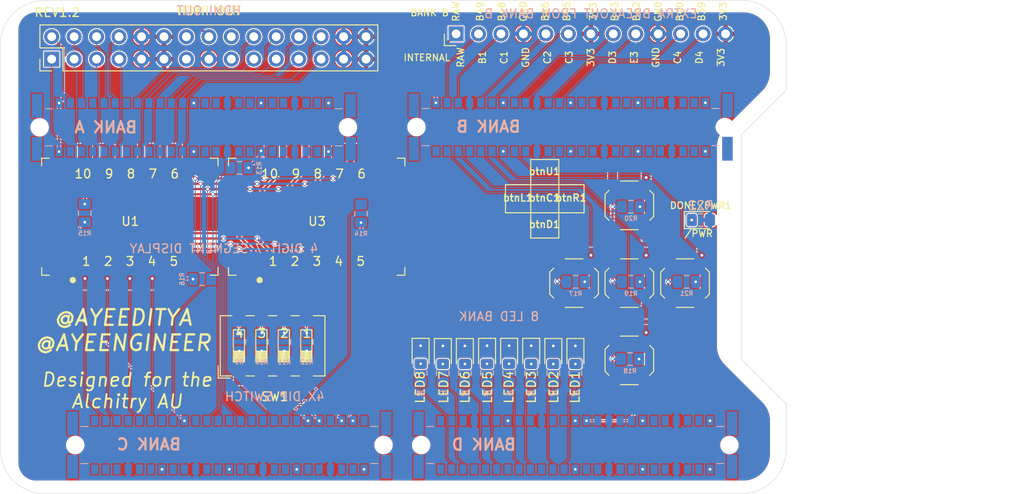
<source format=kicad_pcb>
(kicad_pcb (version 20171130) (host pcbnew "(5.1.2-1)-1")
  (layers (0 F.Cu signal) (31 B.Cu signal) (34 B.Paste user) (35 F.Paste user) (36 B.SilkS user) (37 F.SilkS user) (38 B.Mask user) (39 F.Mask user) (44 Edge.Cuts user))
  (net 0 "")
  (net 1 VCC)
  (net 2 GNDREF)
  (net 3 HS)
  (net 4 VS)
  (net 5 B0)
  (net 6 DE)
  (net 7 CK)
  (net 8 B1)
  (net 9 B3)
  (net 10 B2)
  (net 11 "Net-(J1-Pad22)")
  (net 12 "Net-(J1-Pad9)")
  (net 13 RAW)
  (net 14 "Net-(J1-Pad24)")
  (net 15 "Net-(J1-Pad7)")
  (net 16 G1)
  (net 17 G0)
  (net 18 G3)
  (net 19 G2)
  (net 20 R1)
  (net 21 R0)
  (net 22 R3)
  (net 23 R2)
  (net 24 "Net-(R9-Pad2)")
  (net 25 "Net-(R10-Pad2)")
  (net 26 "Net-(R11-Pad2)")
  (net 27 "Net-(R12-Pad2)")
  (net 28 "Net-(R13-Pad2)")
  (net 29 "Net-(R13-Pad1)")
  (net 30 "Net-(R14-Pad2)")
  (net 31 "Net-(R14-Pad1)")
  (net 32 "Net-(R15-Pad2)")
  (net 33 "Net-(R15-Pad1)")
  (net 34 "Net-(R16-Pad2)")
  (net 35 "Net-(R16-Pad1)")
  (net 36 "Net-(R17-Pad1)")
  (net 37 "Net-(R18-Pad1)")
  (net 38 "Net-(R19-Pad1)")
  (net 39 "Net-(R20-Pad1)")
  (net 40 "Net-(R21-Pad1)")
  (net 41 "Net-(SW1-Pad4)")
  (net 42 "Net-(SW1-Pad3)")
  (net 43 "Net-(SW1-Pad2)")
  (net 44 "Net-(SW1-Pad1)")
  (net 45 "Net-(U1-Pad7)")
  (net 46 "Net-(U1-Pad4)")
  (net 47 "Net-(U1-Pad3)")
  (net 48 "Net-(U1-Pad2)")
  (net 49 "Net-(U1-Pad1)")
  (net 50 "Net-(R1-Pad2)")
  (net 51 "Net-(R2-Pad2)")
  (net 52 "Net-(R3-Pad2)")
  (net 53 "Net-(R4-Pad2)")
  (net 54 "Net-(R5-Pad2)")
  (net 55 "Net-(R6-Pad2)")
  (net 56 "Net-(R7-Pad2)")
  (net 57 "Net-(R8-Pad2)")
  (net 58 "Net-(J2-Pad12)")
  (net 59 "Net-(J2-Pad11)")
  (net 60 "Net-(J2-Pad9)")
  (net 61 "Net-(J2-Pad8)")
  (net 62 "Net-(J2-Pad6)")
  (net 63 "Net-(J2-Pad5)")
  (net 64 "Net-(J2-Pad3)")
  (net 65 "Net-(J2-Pad2)")
  (net 66 "Net-(J2-Pad1)")
  (net 67 "Net-(LED1-Pad2)")
  (net 68 "Net-(LED2-Pad2)")
  (net 69 "Net-(LED3-Pad2)")
  (net 70 "Net-(LED4-Pad2)")
  (net 71 "Net-(LED5-Pad2)")
  (net 72 "Net-(LED6-Pad2)")
  (net 73 "Net-(LED7-Pad2)")
  (net 74 "Net-(LED8-Pad2)")
  (net 75 "Net-(DONE/PWR1-Pad2)")
  (net 76 "Net-(DONE/PWR1-Pad1)")
  (net 77 "Net-(U2-PadC1)")
  (net 78 "Net-(U2-PadC50)")
  (net 79 "Net-(U2-PadD23)")
  (net 80 "Net-(U2-PadD15)")
  (net 81 "Net-(U2-PadD20)")
  (net 82 "Net-(U2-PadD34)")
  (net 83 "Net-(U2-PadD36)")
  (net 84 "Net-(U2-PadD27)")
  (net 85 "Net-(U2-PadD33)")
  (net 86 "Net-(U2-PadD28)")
  (net 87 "Net-(U2-PadD31)")
  (net 88 "Net-(U2-PadD21)")
  (net 89 "Net-(U2-PadD18)")
  (net 90 "Net-(U2-PadD17)")
  (net 91 "Net-(U2-PadD24)")
  (net 92 "Net-(U2-PadD30)")
  (net 93 "Net-(U2-PadD1)")
  (net 94 "Net-(U2-PadD50)")
  (net 95 "Net-(U2-PadB5)")
  (net 96 "Net-(U2-PadB8)")
  (net 97 "Net-(U2-PadB3)")
  (net 98 "Net-(U2-PadB6)")
  (net 99 "Net-(U2-PadB2)")
  (net 100 "Net-(U2-PadA4)")
  (net 101 "Net-(U2-PadA15)")
  (net 102 "Net-(U2-PadA18)")
  (net 103 "Net-(U2-PadA10)")
  (net 104 "Net-(U2-PadA24)")
  (net 105 "Net-(U2-PadA21)")
  (net 106 "Net-(U2-PadA20)")
  (net 107 "Net-(U2-PadA17)")
  (net 108 "Net-(U2-PadA14)")
  (net 109 "Net-(U2-PadA7)")
  (net 110 "Net-(U2-PadA23)")
  (net 111 "Net-(U2-PadA27)")
  (net 112 "Net-(U2-PadA28)")
  (net 113 "Net-(U2-PadA30)")
  (net 114 "Net-(U2-PadA31)")
  (net 115 "Net-(U2-PadA33)")
  (net 116 "Net-(U2-PadA34)")
  (net 117 "Net-(U2-PadA36)")
  (net 118 "Net-(U2-PadA37)")
  (net 119 "Net-(U2-PadA41)")
  (net 120 "Net-(U2-PadA44)")
  (net 121 "Net-(U2-PadA47)")
  (net 122 "Net-(U2-PadB1)")
  (net 123 "Net-(U2-PadB18)")
  (net 124 "Net-(U2-PadB17)")
  (net 125 "Net-(U2-PadB15)")
  (net 126 "Net-(U2-PadB14)")
  (net 127 "Net-(U2-PadB12)")
  (net 128 "Net-(U2-PadB11)")
  (net 129 "Net-(U2-PadB9)")
  (net 130 "Net-(U2-PadB4)")
  (net 131 "Net-(U2-PadB27)")
  (net 132 "Net-(U2-PadB28)")
  (net 133 "Net-(U2-PadB30)")
  (net 134 "Net-(U2-PadB31)")
  (net 135 "Net-(U2-PadB24)")
  (net 136 "Net-(U2-PadB23)")
  (net 137 "Net-(U2-PadB21)")
  (net 138 "Net-(U2-PadB20)")
  (net 139 "Net-(U2-PadB33)")
  (net 140 "Net-(U2-PadB34)")
  (net 141 "Net-(U2-PadB36)")
  (net 142 "Net-(U2-PadB37)")
  (net 143 "Net-(U1-Pad9)")
  (net 144 "Net-(U1-Pad8)")
  (net 145 "Net-(U1-Pad6)")
  (net 146 "Net-(U2-PadD49)")
  (net 147 "Net-(U2-PadD10)")
  (net 148 "Net-(U2-PadD42)")
  (net 149 "Net-(U2-PadD14)")
  (net 150 "Net-(U2-PadD45)")
  (net 151 "Net-(U2-PadD43)")
  (net 152 "Net-(U2-PadD48)")
  (net 153 "Net-(U2-PadD40)")
  (net 154 "Net-(U2-PadD7)")
  (net 155 "Net-(U2-PadD39)")
  (net 156 "Net-(U2-PadD4)")
  (net 157 "Net-(U2-PadD46)")
  (net 158 "Net-(U2-PadC2)")
  (net 159 "Net-(U2-PadC18)")
  (net 160 "Net-(U2-PadC17)")
  (net 161 "Net-(U2-PadC15)")
  (net 162 "Net-(U2-PadC14)")
  (net 163 "Net-(U2-PadC12)")
  (net 164 "Net-(U2-PadC11)")
  (net 165 "Net-(U2-PadC9)")
  (net 166 "Net-(U2-PadC8)")
  (net 167 "Net-(U2-PadC6)")
  (net 168 "Net-(U2-PadC5)")
  (net 169 "Net-(U2-PadC26)")
  (net 170 "Net-(U2-PadC29)")
  (net 171 "Net-(U2-PadC32)")
  (net 172 "Net-(U2-PadC35)")
  (net 173 "Net-(U2-PadC38)")
  (net 174 "Net-(U2-PadC41)")
  (net 175 "Net-(U2-PadC44)")
  (net 176 "Net-(U2-PadC47)")
  (net 177 "Net-(U2-PadC24)")
  (net 178 "Net-(U2-PadC23)")
  (net 179 "Net-(U2-PadC21)")
  (net 180 "Net-(U2-PadC20)")
  (net 181 "Net-(U2-PadC3)")
  (module Button_Switch_SMD:SW_DIP_SPSTx04_Slide_6.7x11.72mm_W6.73mm_P2.54mm_LowProfile_JPin (layer F.Cu) (at 58.75 173.75 90)
    (fp_text reference SW1 (at -5.75 0.25 unlocked) (layer F.SilkS))
    (fp_text value SW_DIP_x04 hide)
    (pad 8 smd rect (at 3.365 -3.81 90) (size 2.16 1.12) (layers F.Cu F.Paste F.Mask) (net 24 "Net-(R9-Pad2)"))
    (pad 4 smd rect (at -3.365 3.81 90) (size 2.16 1.12) (layers F.Cu F.Paste F.Mask) (net 41 "Net-(SW1-Pad4)"))
    (pad 7 smd rect (at 3.365 -1.27 90) (size 2.16 1.12) (layers F.Cu F.Paste F.Mask) (net 25 "Net-(R10-Pad2)"))
    (pad 3 smd rect (at -3.365 1.27 90) (size 2.16 1.12) (layers F.Cu F.Paste F.Mask) (net 42 "Net-(SW1-Pad3)"))
    (pad 6 smd rect (at 3.365 1.27 90) (size 2.16 1.12) (layers F.Cu F.Paste F.Mask) (net 26 "Net-(R11-Pad2)"))
    (pad 2 smd rect (at -3.365 -1.27 90) (size 2.16 1.12) (layers F.Cu F.Paste F.Mask) (net 43 "Net-(SW1-Pad2)"))
    (pad 5 smd rect (at 3.365 3.81 90) (size 2.16 1.12) (layers F.Cu F.Paste F.Mask) (net 27 "Net-(R12-Pad2)"))
    (pad 1 smd rect (at -3.365 -3.81 90) (size 2.16 1.12) (layers F.Cu F.Paste F.Mask) (net 44 "Net-(SW1-Pad1)"))
  )
  (module Button_Switch_SMD:SW_SPST_TL3342 (layer F.Cu) (at 99.1 157.85 90)
    (fp_text reference btnU1 (at 3.85 -9.6 180) (layer F.SilkS) (effects (font (size 0.8 0.8))))
    (fp_text value SW_Push_Dual)
    (pad 2 smd rect (at 3.15 1.9 90) (size 1.7 1) (layers F.Cu F.Paste F.Mask) (net 98 "Net-(U2-PadB6)"))
    (pad 2 smd rect (at -3.15 1.9 90) (size 1.7 1) (layers F.Cu F.Paste F.Mask) (net 98 "Net-(U2-PadB6)"))
    (pad 1 smd rect (at 3.15 -1.9 90) (size 1.7 1) (layers F.Cu F.Paste F.Mask) (net 39 "Net-(R20-Pad1)"))
    (pad 1 smd rect (at -3.15 -1.9 90) (size 1.7 1) (layers F.Cu F.Paste F.Mask) (net 39 "Net-(R20-Pad1)"))
  )
  (module Button_Switch_SMD:SW_SPST_TL3342 (layer F.Cu) (at 105.4 166.65 90)
    (fp_text reference btnR1 (at 9.65 -12.9 180) (layer F.SilkS) (effects (font (size 0.8 0.8))))
    (fp_text value SW_Push_Dual)
    (pad 2 smd rect (at 3.15 1.9 90) (size 1.7 1) (layers F.Cu F.Paste F.Mask) (net 96 "Net-(U2-PadB8)"))
    (pad 2 smd rect (at -3.15 1.9 90) (size 1.7 1) (layers F.Cu F.Paste F.Mask) (net 96 "Net-(U2-PadB8)"))
    (pad 1 smd rect (at 3.15 -1.9 90) (size 1.7 1) (layers F.Cu F.Paste F.Mask) (net 40 "Net-(R21-Pad1)"))
    (pad 1 smd rect (at -3.15 -1.9 90) (size 1.7 1) (layers F.Cu F.Paste F.Mask) (net 40 "Net-(R21-Pad1)"))
  )
  (module Button_Switch_SMD:SW_SPST_TL3342 (layer F.Cu) (at 92.85 166.65 90)
    (fp_text reference btnL1 (at 9.65 -6.35 180) (layer F.SilkS) (effects (font (size 0.8 0.8))))
    (fp_text value SW_Push_Dual)
    (pad 2 smd rect (at 3.15 1.9 90) (size 1.7 1) (layers F.Cu F.Paste F.Mask) (net 99 "Net-(U2-PadB2)"))
    (pad 2 smd rect (at -3.15 1.9 90) (size 1.7 1) (layers F.Cu F.Paste F.Mask) (net 99 "Net-(U2-PadB2)"))
    (pad 1 smd rect (at 3.15 -1.9 90) (size 1.7 1) (layers F.Cu F.Paste F.Mask) (net 36 "Net-(R17-Pad1)"))
    (pad 1 smd rect (at -3.15 -1.9 90) (size 1.7 1) (layers F.Cu F.Paste F.Mask) (net 36 "Net-(R17-Pad1)"))
  )
  (module Button_Switch_SMD:SW_SPST_TL3342 (layer F.Cu) (at 99.1 175.4 90)
    (fp_text reference btnD1 (at 15.4 -9.6 180) (layer F.SilkS) (effects (font (size 0.8 0.8))))
    (fp_text value SW_Push_Dual)
    (pad 2 smd rect (at 3.15 1.9 90) (size 1.7 1) (layers F.Cu F.Paste F.Mask) (net 97 "Net-(U2-PadB3)"))
    (pad 2 smd rect (at -3.15 1.9 90) (size 1.7 1) (layers F.Cu F.Paste F.Mask) (net 97 "Net-(U2-PadB3)"))
    (pad 1 smd rect (at 3.15 -1.9 90) (size 1.7 1) (layers F.Cu F.Paste F.Mask) (net 37 "Net-(R18-Pad1)"))
    (pad 1 smd rect (at -3.15 -1.9 90) (size 1.7 1) (layers F.Cu F.Paste F.Mask) (net 37 "Net-(R18-Pad1)"))
  )
  (module Button_Switch_SMD:SW_SPST_TL3342 (layer F.Cu) (at 99.1 166.65 90)
    (fp_text reference btnC1 (at 9.65 -9.6 180) (layer F.SilkS) (effects (font (size 0.8 0.8))))
    (fp_text value SW_Push_Dual)
    (pad 2 smd rect (at 3.15 1.9 90) (size 1.7 1) (layers F.Cu F.Paste F.Mask) (net 95 "Net-(U2-PadB5)"))
    (pad 2 smd rect (at -3.15 1.9 90) (size 1.7 1) (layers F.Cu F.Paste F.Mask) (net 95 "Net-(U2-PadB5)"))
    (pad 1 smd rect (at 3.15 -1.9 90) (size 1.7 1) (layers F.Cu F.Paste F.Mask) (net 38 "Net-(R19-Pad1)"))
    (pad 1 smd rect (at -3.15 -1.9 90) (size 1.7 1) (layers F.Cu F.Paste F.Mask) (net 38 "Net-(R19-Pad1)"))
  )
  (module Display_7Segment:smd_7seg_2dig_SLS0392FB4A1GD (layer F.Cu) (at 53.884 165.632)
    (fp_text reference U3 (at 9.9 -5.975) (layer F.SilkS))
    (fp_text value smd_7seg_2dig_SLS0392FB4A1GD hide)
    (fp_text user "10  9  8  7  6" (at 9.5 -11.35) (layer F.SilkS))
    (fp_text user "1  2  3  4  5" (at 9.875 -1.45) (layer F.SilkS))
    (pad 10 smd rect (at 4.77 -13.5) (size 1.6 2.5) (layers F.Cu F.Paste F.Mask) (net 28 "Net-(R13-Pad2)"))
    (pad 9 smd rect (at 7.31 -13.5) (size 1.6 2.5) (layers F.Cu F.Paste F.Mask) (net 143 "Net-(U1-Pad9)"))
    (pad 8 smd rect (at 9.85 -13.5) (size 1.6 2.5) (layers F.Cu F.Paste F.Mask) (net 144 "Net-(U1-Pad8)"))
    (pad 7 smd rect (at 12.39 -13.5) (size 1.6 2.5) (layers F.Cu F.Paste F.Mask) (net 45 "Net-(U1-Pad7)"))
    (pad 6 smd rect (at 14.93 -13.5) (size 1.6 2.5) (layers F.Cu F.Paste F.Mask) (net 145 "Net-(U1-Pad6)"))
    (pad 5 smd rect (at 14.93 0.5) (size 1.6 2.5) (layers F.Cu F.Paste F.Mask) (net 31 "Net-(R14-Pad1)"))
    (pad 4 smd rect (at 12.39 0.5) (size 1.6 2.5) (layers F.Cu F.Paste F.Mask) (net 46 "Net-(U1-Pad4)"))
    (pad 1 smd rect (at 4.77 0.5) (size 1.6 2.5) (layers F.Cu F.Paste F.Mask) (net 49 "Net-(U1-Pad1)"))
    (pad 2 smd rect (at 7.31 0.5) (size 1.6 2.5) (layers F.Cu F.Paste F.Mask) (net 48 "Net-(U1-Pad2)"))
    (pad 3 smd rect (at 9.85 0.5) (size 1.6 2.5) (layers F.Cu F.Paste F.Mask) (net 47 "Net-(U1-Pad3)"))
  )
  (module Display_7Segment:smd_7seg_2dig_SLS0392FB4A1GD (layer F.Cu) (at 32.754 165.632)
    (fp_text reference U1 (at 9.9 -5.975) (layer F.SilkS))
    (fp_text value smd_7seg_2dig_SLS0392FB4A1GD hide)
    (fp_text user "1  2  3  4  5" (at 9.875 -1.45) (layer F.SilkS))
    (fp_text user "10  9  8  7  6" (at 9.5 -11.35) (layer F.SilkS))
    (pad 3 smd rect (at 9.85 0.5) (size 1.6 2.5) (layers F.Cu F.Paste F.Mask) (net 47 "Net-(U1-Pad3)"))
    (pad 2 smd rect (at 7.31 0.5) (size 1.6 2.5) (layers F.Cu F.Paste F.Mask) (net 48 "Net-(U1-Pad2)"))
    (pad 1 smd rect (at 4.77 0.5) (size 1.6 2.5) (layers F.Cu F.Paste F.Mask) (net 49 "Net-(U1-Pad1)"))
    (pad 4 smd rect (at 12.39 0.5) (size 1.6 2.5) (layers F.Cu F.Paste F.Mask) (net 46 "Net-(U1-Pad4)"))
    (pad 5 smd rect (at 14.93 0.5) (size 1.6 2.5) (layers F.Cu F.Paste F.Mask) (net 35 "Net-(R16-Pad1)"))
    (pad 6 smd rect (at 14.93 -13.5) (size 1.6 2.5) (layers F.Cu F.Paste F.Mask) (net 145 "Net-(U1-Pad6)"))
    (pad 7 smd rect (at 12.39 -13.5) (size 1.6 2.5) (layers F.Cu F.Paste F.Mask) (net 45 "Net-(U1-Pad7)"))
    (pad 8 smd rect (at 9.85 -13.5) (size 1.6 2.5) (layers F.Cu F.Paste F.Mask) (net 144 "Net-(U1-Pad8)"))
    (pad 9 smd rect (at 7.31 -13.5) (size 1.6 2.5) (layers F.Cu F.Paste F.Mask) (net 143 "Net-(U1-Pad9)"))
    (pad 10 smd rect (at 4.77 -13.5) (size 1.6 2.5) (layers F.Cu F.Paste F.Mask) (net 32 "Net-(R15-Pad2)"))
  )
  (module SamacSys_Parts:Alchitry_board_adapter_btm (layer F.Cu) (at 143.51 189.484 180)
    (fp_text reference U2 hide)
    (fp_text value boardmezzanine_new)
    (fp_text user "BANK A" (at 103.625 40.475 180) (layer B.SilkS) (effects (font (size 1.27 1.27) (thickness 0.254)) (justify mirror)))
    (fp_text user "BANK B" (at 60.35 40.55 180) (layer B.SilkS) (effects (font (size 1.27 1.27) (thickness 0.254)) (justify mirror)))
    (fp_text user "BANK D" (at 60.875 4.55 180) (layer B.SilkS) (effects (font (size 1.27 1.27) (thickness 0.254)) (justify mirror)))
    (fp_text user "BANK C" (at 98.75 4.575 180) (layer B.SilkS) (effects (font (size 1.27 1.27) (thickness 0.254)) (justify mirror)))
    (pad A4 smd rect (at 105.105 37.725 180) (size 0.8 1.1) (layers B.Cu B.Paste B.Mask) (net 100 "Net-(U2-PadA4)"))
    (pad A15 smd rect (at 91.135 37.725 180) (size 0.8 1.1) (layers B.Cu B.Paste B.Mask) (net 101 "Net-(U2-PadA15)"))
    (pad A11 smd rect (at 96.215 37.725 180) (size 0.8 1.1) (layers B.Cu B.Paste B.Mask) (net 6 DE))
    (pad A6 smd rect (at 102.565 37.725 180) (size 0.8 1.1) (layers B.Cu B.Paste B.Mask) (net 17 G0))
    (pad A49 smd rect (at 107.645 43.225 180) (size 0.8 1.1) (layers B.Cu B.Paste B.Mask) (net 22 R3))
    (pad A18 smd rect (at 87.325 37.725 180) (size 0.8 1.1) (layers B.Cu B.Paste B.Mask) (net 102 "Net-(U2-PadA18)"))
    (pad A10 smd rect (at 97.485 37.725 180) (size 0.8 1.1) (layers B.Cu B.Paste B.Mask) (net 103 "Net-(U2-PadA10)"))
    (pad A48 smd rect (at 106.375 43.225 180) (size 0.8 1.1) (layers B.Cu B.Paste B.Mask) (net 20 R1))
    (pad A24 smd rect (at 79.705 37.725 180) (size 0.8 1.1) (layers B.Cu B.Paste B.Mask) (net 104 "Net-(U2-PadA24)"))
    (pad A25 smd rect (at 78.435 37.725 180) (size 0.8 1.1) (layers B.Cu B.Paste B.Mask) (net 1 VCC))
    (pad A22 smd rect (at 82.245 37.725 180) (size 0.8 1.1) (layers B.Cu B.Paste B.Mask) (net 2 GNDREF))
    (pad A46 smd rect (at 103.835 43.225 180) (size 0.8 1.1) (layers B.Cu B.Paste B.Mask) (net 18 G3))
    (pad A21 smd rect (at 83.515 37.725 180) (size 0.8 1.1) (layers B.Cu B.Paste B.Mask) (net 105 "Net-(U2-PadA21)"))
    (pad A50 smd rect (at 108.915 43.225 180) (size 0.8 1.1) (layers B.Cu B.Paste B.Mask) (net 13 RAW))
    (pad A20 smd rect (at 84.785 37.725 180) (size 0.8 1.1) (layers B.Cu B.Paste B.Mask) (net 106 "Net-(U2-PadA20)"))
    (pad A5 smd rect (at 103.835 37.725 180) (size 0.8 1.1) (layers B.Cu B.Paste B.Mask) (net 19 G2))
    (pad A17 smd rect (at 88.595 37.725 180) (size 0.8 1.1) (layers B.Cu B.Paste B.Mask) (net 107 "Net-(U2-PadA17)"))
    (pad A14 smd rect (at 92.405 37.725 180) (size 0.8 1.1) (layers B.Cu B.Paste B.Mask) (net 108 "Net-(U2-PadA14)"))
    (pad A16 smd rect (at 89.865 37.725 180) (size 0.8 1.1) (layers B.Cu B.Paste B.Mask) (net 2 GNDREF))
    (pad A12 smd rect (at 94.945 37.725 180) (size 0.8 1.1) (layers B.Cu B.Paste B.Mask) (net 4 VS))
    (pad A7 smd rect (at 101.295 37.725 180) (size 0.8 1.1) (layers B.Cu B.Paste B.Mask) (net 109 "Net-(U2-PadA7)"))
    (pad A23 smd rect (at 80.975 37.725 180) (size 0.8 1.1) (layers B.Cu B.Paste B.Mask) (net 110 "Net-(U2-PadA23)"))
    (pad AMP4 smd rect (at 75.94 38.025 180) (size 1.2 2.7) (layers B.Cu B.Paste B.Mask))
    (pad MH2 np_thru_hole circle (at 76.24 40.475 180) (size 1.85 0) (drill 1.85) (layers *.Cu *.Mask))
    (pad MH1 np_thru_hole circle (at 111.11 40.475 180) (size 1.85 0) (drill 1.85) (layers *.Cu *.Mask))
    (pad A26 smd rect (at 78.435 43.225 180) (size 0.8 1.1) (layers B.Cu B.Paste B.Mask) (net 1 VCC))
    (pad A27 smd rect (at 79.705 43.225 180) (size 0.8 1.1) (layers B.Cu B.Paste B.Mask) (net 111 "Net-(U2-PadA27)"))
    (pad A28 smd rect (at 80.975 43.225 180) (size 0.8 1.1) (layers B.Cu B.Paste B.Mask) (net 112 "Net-(U2-PadA28)"))
    (pad A29 smd rect (at 82.245 43.225 180) (size 0.8 1.1) (layers B.Cu B.Paste B.Mask) (net 2 GNDREF))
    (pad A30 smd rect (at 83.515 43.225 180) (size 0.8 1.1) (layers B.Cu B.Paste B.Mask) (net 113 "Net-(U2-PadA30)"))
    (pad A31 smd rect (at 84.785 43.225 180) (size 0.8 1.1) (layers B.Cu B.Paste B.Mask) (net 114 "Net-(U2-PadA31)"))
    (pad A32 smd rect (at 86.055 43.225 180) (size 0.8 1.1) (layers B.Cu B.Paste B.Mask) (net 1 VCC))
    (pad A33 smd rect (at 87.325 43.225 180) (size 0.8 1.1) (layers B.Cu B.Paste B.Mask) (net 115 "Net-(U2-PadA33)"))
    (pad A34 smd rect (at 88.595 43.225 180) (size 0.8 1.1) (layers B.Cu B.Paste B.Mask) (net 116 "Net-(U2-PadA34)"))
    (pad A35 smd rect (at 89.865 43.225 180) (size 0.8 1.1) (layers B.Cu B.Paste B.Mask) (net 2 GNDREF))
    (pad A36 smd rect (at 91.135 43.225 180) (size 0.8 1.1) (layers B.Cu B.Paste B.Mask) (net 117 "Net-(U2-PadA36)"))
    (pad A37 smd rect (at 92.405 43.225 180) (size 0.8 1.1) (layers B.Cu B.Paste B.Mask) (net 118 "Net-(U2-PadA37)"))
    (pad A38 smd rect (at 93.675 43.225 180) (size 0.8 1.1) (layers B.Cu B.Paste B.Mask) (net 1 VCC))
    (pad A39 smd rect (at 94.945 43.225 180) (size 0.8 1.1) (layers B.Cu B.Paste B.Mask) (net 3 HS))
    (pad A40 smd rect (at 96.215 43.225 180) (size 0.8 1.1) (layers B.Cu B.Paste B.Mask) (net 5 B0))
    (pad A41 smd rect (at 97.485 43.225 180) (size 0.8 1.1) (layers B.Cu B.Paste B.Mask) (net 119 "Net-(U2-PadA41)"))
    (pad A42 smd rect (at 98.755 43.225 180) (size 0.8 1.1) (layers B.Cu B.Paste B.Mask) (net 7 CK))
    (pad A43 smd rect (at 100.025 43.225 180) (size 0.8 1.1) (layers B.Cu B.Paste B.Mask) (net 9 B3))
    (pad A44 smd rect (at 101.295 43.225 180) (size 0.8 1.1) (layers B.Cu B.Paste B.Mask) (net 120 "Net-(U2-PadA44)"))
    (pad A47 smd rect (at 105.105 43.225 180) (size 0.8 1.1) (layers B.Cu B.Paste B.Mask) (net 121 "Net-(U2-PadA47)"))
    (pad A1 smd rect (at 108.915 37.725 180) (size 0.8 1.1) (layers B.Cu B.Paste B.Mask) (net 13 RAW))
    (pad A19 smd rect (at 86.055 37.725 180) (size 0.8 1.1) (layers B.Cu B.Paste B.Mask) (net 1 VCC))
    (pad A9 smd rect (at 98.755 37.725 180) (size 0.8 1.1) (layers B.Cu B.Paste B.Mask) (net 8 B1))
    (pad A13 smd rect (at 93.675 37.725 180) (size 0.8 1.1) (layers B.Cu B.Paste B.Mask) (net 1 VCC))
    (pad A2 smd rect (at 107.645 37.725 180) (size 0.8 1.1) (layers B.Cu B.Paste B.Mask) (net 23 R2))
    (pad A3 smd rect (at 106.375 37.725 180) (size 0.8 1.1) (layers B.Cu B.Paste B.Mask) (net 21 R0))
    (pad A45 smd rect (at 102.565 43.225 180) (size 0.8 1.1) (layers B.Cu B.Paste B.Mask) (net 16 G1))
    (pad A8 smd rect (at 100.025 37.725 180) (size 0.8 1.1) (layers B.Cu B.Paste B.Mask) (net 10 B2))
    (pad B1 smd rect (at 66.29 37.75 180) (size 0.8 1.1) (layers B.Cu B.Paste B.Mask) (net 122 "Net-(U2-PadB1)"))
    (pad B2 smd rect (at 65.02 37.75 180) (size 0.8 1.1) (layers B.Cu B.Paste B.Mask) (net 99 "Net-(U2-PadB2)"))
    (pad B19 smd rect (at 43.43 37.75 180) (size 0.8 1.1) (layers B.Cu B.Paste B.Mask) (net 1 VCC))
    (pad B18 smd rect (at 44.7 37.75 180) (size 0.8 1.1) (layers B.Cu B.Paste B.Mask) (net 123 "Net-(U2-PadB18)"))
    (pad B17 smd rect (at 45.97 37.75 180) (size 0.8 1.1) (layers B.Cu B.Paste B.Mask) (net 124 "Net-(U2-PadB17)"))
    (pad B16 smd rect (at 47.24 37.75 180) (size 0.8 1.1) (layers B.Cu B.Paste B.Mask) (net 2 GNDREF))
    (pad B15 smd rect (at 48.51 37.75 180) (size 0.8 1.1) (layers B.Cu B.Paste B.Mask) (net 125 "Net-(U2-PadB15)"))
    (pad B14 smd rect (at 49.78 37.75 180) (size 0.8 1.1) (layers B.Cu B.Paste B.Mask) (net 126 "Net-(U2-PadB14)"))
    (pad B13 smd rect (at 51.05 37.75 180) (size 0.8 1.1) (layers B.Cu B.Paste B.Mask) (net 1 VCC))
    (pad B12 smd rect (at 52.32 37.75 180) (size 0.8 1.1) (layers B.Cu B.Paste B.Mask) (net 127 "Net-(U2-PadB12)"))
    (pad B11 smd rect (at 53.59 37.75 180) (size 0.8 1.1) (layers B.Cu B.Paste B.Mask) (net 128 "Net-(U2-PadB11)"))
    (pad B10 smd rect (at 54.86 37.75 180) (size 0.8 1.1) (layers B.Cu B.Paste B.Mask) (net 2 GNDREF))
    (pad B9 smd rect (at 56.13 37.75 180) (size 0.8 1.1) (layers B.Cu B.Paste B.Mask) (net 129 "Net-(U2-PadB9)"))
    (pad B8 smd rect (at 57.4 37.75 180) (size 0.8 1.1) (layers B.Cu B.Paste B.Mask) (net 96 "Net-(U2-PadB8)"))
    (pad B7 smd rect (at 58.67 37.75 180) (size 0.8 1.1) (layers B.Cu B.Paste B.Mask) (net 1 VCC))
    (pad B6 smd rect (at 59.94 37.75 180) (size 0.8 1.1) (layers B.Cu B.Paste B.Mask) (net 98 "Net-(U2-PadB6)"))
    (pad B5 smd rect (at 61.21 37.75 180) (size 0.8 1.1) (layers B.Cu B.Paste B.Mask) (net 95 "Net-(U2-PadB5)"))
    (pad B4 smd rect (at 62.48 37.75 180) (size 0.8 1.1) (layers B.Cu B.Paste B.Mask) (net 130 "Net-(U2-PadB4)"))
    (pad BMP4 smd rect (at 33.315 38.05 180) (size 1.2 2.7) (layers B.Cu B.Paste B.Mask))
    (pad BMP3 smd rect (at 68.785 38.05 180) (size 1.2 2.7) (layers B.Cu B.Paste B.Mask))
    (pad BMP2 smd rect (at 33.315 42.95 180) (size 1.2 2.7) (layers B.Cu B.Paste B.Mask))
    (pad BMP1 smd rect (at 68.785 42.95 180) (size 1.2 2.7) (layers B.Cu B.Paste B.Mask))
    (pad MH2 np_thru_hole circle (at 33.615 40.5 180) (size 1.85 0) (drill 1.85) (layers *.Cu *.Mask))
    (pad MH1 np_thru_hole circle (at 68.485 40.5 180) (size 1.85 0) (drill 1.85) (layers *.Cu *.Mask))
    (pad B26 smd rect (at 35.81 43.25 180) (size 0.8 1.1) (layers B.Cu B.Paste B.Mask) (net 1 VCC))
    (pad B27 smd rect (at 37.08 43.25 180) (size 0.8 1.1) (layers B.Cu B.Paste B.Mask) (net 131 "Net-(U2-PadB27)"))
    (pad B28 smd rect (at 38.35 43.25 180) (size 0.8 1.1) (layers B.Cu B.Paste B.Mask) (net 132 "Net-(U2-PadB28)"))
    (pad B29 smd rect (at 39.62 43.25 180) (size 0.8 1.1) (layers B.Cu B.Paste B.Mask) (net 2 GNDREF))
    (pad B30 smd rect (at 40.89 43.25 180) (size 0.8 1.1) (layers B.Cu B.Paste B.Mask) (net 133 "Net-(U2-PadB30)"))
    (pad B31 smd rect (at 42.16 43.25 180) (size 0.8 1.1) (layers B.Cu B.Paste B.Mask) (net 134 "Net-(U2-PadB31)"))
    (pad B32 smd rect (at 43.43 43.25 180) (size 0.8 1.1) (layers B.Cu B.Paste B.Mask) (net 1 VCC))
    (pad B46 smd rect (at 61.21 43.25 180) (size 0.8 1.1) (layers B.Cu B.Paste B.Mask) (net 63 "Net-(J2-Pad5)"))
    (pad B47 smd rect (at 62.48 43.25 180) (size 0.8 1.1) (layers B.Cu B.Paste B.Mask) (net 2 GNDREF))
    (pad B48 smd rect (at 63.75 43.25 180) (size 0.8 1.1) (layers B.Cu B.Paste B.Mask) (net 64 "Net-(J2-Pad3)"))
    (pad B49 smd rect (at 65.02 43.25 180) (size 0.8 1.1) (layers B.Cu B.Paste B.Mask) (net 65 "Net-(J2-Pad2)"))
    (pad B50 smd rect (at 66.29 43.25 180) (size 0.8 1.1) (layers B.Cu B.Paste B.Mask) (net 66 "Net-(J2-Pad1)"))
    (pad B25 smd rect (at 35.81 37.75 180) (size 0.8 1.1) (layers B.Cu B.Paste B.Mask) (net 1 VCC))
    (pad B24 smd rect (at 37.08 37.75 180) (size 0.8 1.1) (layers B.Cu B.Paste B.Mask) (net 135 "Net-(U2-PadB24)"))
    (pad B23 smd rect (at 38.35 37.75 180) (size 0.8 1.1) (layers B.Cu B.Paste B.Mask) (net 136 "Net-(U2-PadB23)"))
    (pad B22 smd rect (at 39.62 37.75 180) (size 0.8 1.1) (layers B.Cu B.Paste B.Mask) (net 2 GNDREF))
    (pad B21 smd rect (at 40.89 37.75 180) (size 0.8 1.1) (layers B.Cu B.Paste B.Mask) (net 137 "Net-(U2-PadB21)"))
    (pad B20 smd rect (at 42.16 37.75 180) (size 0.8 1.1) (layers B.Cu B.Paste B.Mask) (net 138 "Net-(U2-PadB20)"))
    (pad B3 smd rect (at 63.75 37.75 180) (size 0.8 1.1) (layers B.Cu B.Paste B.Mask) (net 97 "Net-(U2-PadB3)"))
    (pad C1 smd rect (at 104.89 1.75 180) (size 0.8 1.1) (layers B.Cu B.Paste B.Mask) (net 77 "Net-(U2-PadC1)"))
    (pad C2 smd rect (at 103.62 1.75 180) (size 0.8 1.1) (layers B.Cu B.Paste B.Mask) (net 158 "Net-(U2-PadC2)"))
    (pad C19 smd rect (at 82.03 1.75 180) (size 0.8 1.1) (layers B.Cu B.Paste B.Mask) (net 1 VCC))
    (pad C18 smd rect (at 83.3 1.75 180) (size 0.8 1.1) (layers B.Cu B.Paste B.Mask) (net 159 "Net-(U2-PadC18)"))
    (pad C17 smd rect (at 84.57 1.75 180) (size 0.8 1.1) (layers B.Cu B.Paste B.Mask) (net 160 "Net-(U2-PadC17)"))
    (pad C16 smd rect (at 85.84 1.75 180) (size 0.8 1.1) (layers B.Cu B.Paste B.Mask) (net 2 GNDREF))
    (pad C15 smd rect (at 87.11 1.75 180) (size 0.8 1.1) (layers B.Cu B.Paste B.Mask) (net 161 "Net-(U2-PadC15)"))
    (pad C14 smd rect (at 88.38 1.75 180) (size 0.8 1.1) (layers B.Cu B.Paste B.Mask) (net 162 "Net-(U2-PadC14)"))
    (pad C13 smd rect (at 89.65 1.75 180) (size 0.8 1.1) (layers B.Cu B.Paste B.Mask) (net 1 VCC))
    (pad C12 smd rect (at 90.92 1.75 180) (size 0.8 1.1) (layers B.Cu B.Paste B.Mask) (net 163 "Net-(U2-PadC12)"))
    (pad C11 smd rect (at 92.19 1.75 180) (size 0.8 1.1) (layers B.Cu B.Paste B.Mask) (net 164 "Net-(U2-PadC11)"))
    (pad C10 smd rect (at 93.46 1.75 180) (size 0.8 1.1) (layers B.Cu B.Paste B.Mask) (net 2 GNDREF))
    (pad C9 smd rect (at 94.73 1.75 180) (size 0.8 1.1) (layers B.Cu B.Paste B.Mask) (net 165 "Net-(U2-PadC9)"))
    (pad C8 smd rect (at 96 1.75 180) (size 0.8 1.1) (layers B.Cu B.Paste B.Mask) (net 166 "Net-(U2-PadC8)"))
    (pad C7 smd rect (at 97.27 1.75 180) (size 0.8 1.1) (layers B.Cu B.Paste B.Mask) (net 1 VCC))
    (pad C6 smd rect (at 98.54 1.75 180) (size 0.8 1.1) (layers B.Cu B.Paste B.Mask) (net 167 "Net-(U2-PadC6)"))
    (pad C5 smd rect (at 99.81 1.75 180) (size 0.8 1.1) (layers B.Cu B.Paste B.Mask) (net 168 "Net-(U2-PadC5)"))
    (pad C4 smd rect (at 101.08 1.75 180) (size 0.8 1.1) (layers B.Cu B.Paste B.Mask) (net 2 GNDREF))
    (pad CMP4 smd rect (at 71.915 2.05 180) (size 1.2 2.7) (layers B.Cu B.Paste B.Mask))
    (pad CMP3 smd rect (at 107.385 2.05 180) (size 1.2 2.7) (layers B.Cu B.Paste B.Mask))
    (pad CMP2 smd rect (at 71.915 6.95 180) (size 1.2 2.7) (layers B.Cu B.Paste B.Mask))
    (pad CMP1 smd rect (at 107.385 6.95 180) (size 1.2 2.7) (layers B.Cu B.Paste B.Mask))
    (pad MH2 np_thru_hole circle (at 72.215 4.5 180) (size 1.85 0) (drill 1.85) (layers *.Cu *.Mask))
    (pad MH1 np_thru_hole circle (at 107.085 4.5 180) (size 1.85 0) (drill 1.85) (layers *.Cu *.Mask))
    (pad C26 smd rect (at 74.41 7.25 180) (size 0.8 1.1) (layers B.Cu B.Paste B.Mask) (net 169 "Net-(U2-PadC26)"))
    (pad C27 smd rect (at 75.68 7.25 180) (size 0.8 1.1) (layers B.Cu B.Paste B.Mask) (net 41 "Net-(SW1-Pad4)"))
    (pad C28 smd rect (at 76.95 7.25 180) (size 0.8 1.1) (layers B.Cu B.Paste B.Mask) (net 42 "Net-(SW1-Pad3)"))
    (pad C29 smd rect (at 78.22 7.25 180) (size 0.8 1.1) (layers B.Cu B.Paste B.Mask) (net 170 "Net-(U2-PadC29)"))
    (pad C30 smd rect (at 79.49 7.25 180) (size 0.8 1.1) (layers B.Cu B.Paste B.Mask) (net 43 "Net-(SW1-Pad2)"))
    (pad C31 smd rect (at 80.76 7.25 180) (size 0.8 1.1) (layers B.Cu B.Paste B.Mask) (net 44 "Net-(SW1-Pad1)"))
    (pad C32 smd rect (at 82.03 7.25 180) (size 0.8 1.1) (layers B.Cu B.Paste B.Mask) (net 171 "Net-(U2-PadC32)"))
    (pad C33 smd rect (at 83.3 7.25 180) (size 0.8 1.1) (layers B.Cu B.Paste B.Mask) (net 30 "Net-(R14-Pad2)"))
    (pad C34 smd rect (at 84.57 7.25 180) (size 0.8 1.1) (layers B.Cu B.Paste B.Mask) (net 29 "Net-(R13-Pad1)"))
    (pad C35 smd rect (at 85.84 7.25 180) (size 0.8 1.1) (layers B.Cu B.Paste B.Mask) (net 172 "Net-(U2-PadC35)"))
    (pad C36 smd rect (at 87.11 7.25 180) (size 0.8 1.1) (layers B.Cu B.Paste B.Mask) (net 143 "Net-(U1-Pad9)"))
    (pad C37 smd rect (at 88.38 7.25 180) (size 0.8 1.1) (layers B.Cu B.Paste B.Mask) (net 144 "Net-(U1-Pad8)"))
    (pad C38 smd rect (at 89.65 7.25 180) (size 0.8 1.1) (layers B.Cu B.Paste B.Mask) (net 173 "Net-(U2-PadC38)"))
    (pad C39 smd rect (at 90.92 7.25 180) (size 0.8 1.1) (layers B.Cu B.Paste B.Mask) (net 45 "Net-(U1-Pad7)"))
    (pad C40 smd rect (at 92.19 7.25 180) (size 0.8 1.1) (layers B.Cu B.Paste B.Mask) (net 145 "Net-(U1-Pad6)"))
    (pad C41 smd rect (at 93.46 7.25 180) (size 0.8 1.1) (layers B.Cu B.Paste B.Mask) (net 174 "Net-(U2-PadC41)"))
    (pad C42 smd rect (at 94.73 7.25 180) (size 0.8 1.1) (layers B.Cu B.Paste B.Mask) (net 33 "Net-(R15-Pad1)"))
    (pad C43 smd rect (at 96 7.25 180) (size 0.8 1.1) (layers B.Cu B.Paste B.Mask) (net 34 "Net-(R16-Pad2)"))
    (pad C44 smd rect (at 97.27 7.25 180) (size 0.8 1.1) (layers B.Cu B.Paste B.Mask) (net 175 "Net-(U2-PadC44)"))
    (pad C45 smd rect (at 98.54 7.25 180) (size 0.8 1.1) (layers B.Cu B.Paste B.Mask) (net 46 "Net-(U1-Pad4)"))
    (pad C46 smd rect (at 99.81 7.25 180) (size 0.8 1.1) (layers B.Cu B.Paste B.Mask) (net 47 "Net-(U1-Pad3)"))
    (pad C47 smd rect (at 101.08 7.25 180) (size 0.8 1.1) (layers B.Cu B.Paste B.Mask) (net 176 "Net-(U2-PadC47)"))
    (pad C48 smd rect (at 102.35 7.25 180) (size 0.8 1.1) (layers B.Cu B.Paste B.Mask) (net 48 "Net-(U1-Pad2)"))
    (pad C49 smd rect (at 103.62 7.25 180) (size 0.8 1.1) (layers B.Cu B.Paste B.Mask) (net 49 "Net-(U1-Pad1)"))
    (pad C50 smd rect (at 104.89 7.25 180) (size 0.8 1.1) (layers B.Cu B.Paste B.Mask) (net 78 "Net-(U2-PadC50)"))
    (pad C25 smd rect (at 74.41 1.75 180) (size 0.8 1.1) (layers B.Cu B.Paste B.Mask) (net 1 VCC))
    (pad C24 smd rect (at 75.68 1.75 180) (size 0.8 1.1) (layers B.Cu B.Paste B.Mask) (net 177 "Net-(U2-PadC24)"))
    (pad C23 smd rect (at 76.95 1.75 180) (size 0.8 1.1) (layers B.Cu B.Paste B.Mask) (net 178 "Net-(U2-PadC23)"))
    (pad C22 smd rect (at 78.22 1.75 180) (size 0.8 1.1) (layers B.Cu B.Paste B.Mask) (net 2 GNDREF))
    (pad C21 smd rect (at 79.49 1.75 180) (size 0.8 1.1) (layers B.Cu B.Paste B.Mask) (net 179 "Net-(U2-PadC21)"))
    (pad C20 smd rect (at 80.76 1.75 180) (size 0.8 1.1) (layers B.Cu B.Paste B.Mask) (net 180 "Net-(U2-PadC20)"))
    (pad C3 smd rect (at 102.35 1.75 180) (size 0.8 1.1) (layers B.Cu B.Paste B.Mask) (net 181 "Net-(U2-PadC3)"))
    (pad D6 smd rect (at 59.415 1.75 180) (size 0.8 1.1) (layers B.Cu B.Paste B.Mask) (net 54 "Net-(R5-Pad2)"))
    (pad D32 smd rect (at 42.905 7.25 180) (size 0.8 1.1) (layers B.Cu B.Paste B.Mask) (net 1 VCC))
    (pad D2 smd rect (at 64.495 1.75 180) (size 0.8 1.1) (layers B.Cu B.Paste B.Mask) (net 57 "Net-(R8-Pad2)"))
    (pad D49 smd rect (at 64.495 7.25 180) (size 0.8 1.1) (layers B.Cu B.Paste B.Mask) (net 146 "Net-(U2-PadD49)"))
    (pad D23 smd rect (at 37.825 1.75 180) (size 0.8 1.1) (layers B.Cu B.Paste B.Mask) (net 79 "Net-(U2-PadD23)"))
    (pad DMP2 smd rect (at 32.79 6.95 180) (size 1.2 2.7) (layers B.Cu B.Paste B.Mask))
    (pad D5 smd rect (at 60.685 1.75 180) (size 0.8 1.1) (layers B.Cu B.Paste B.Mask) (net 55 "Net-(R6-Pad2)"))
    (pad DMP1 smd rect (at 68.26 6.95 180) (size 1.2 2.7) (layers B.Cu B.Paste B.Mask))
    (pad D22 smd rect (at 39.095 1.75 180) (size 0.8 1.1) (layers B.Cu B.Paste B.Mask) (net 2 GNDREF))
    (pad MH1 np_thru_hole circle (at 67.96 4.5 180) (size 1.85 0) (drill 1.85) (layers *.Cu *.Mask))
    (pad D15 smd rect (at 47.985 1.75 180) (size 0.8 1.1) (layers B.Cu B.Paste B.Mask) (net 80 "Net-(U2-PadD15)"))
    (pad D19 smd rect (at 42.905 1.75 180) (size 0.8 1.1) (layers B.Cu B.Paste B.Mask) (net 1 VCC))
    (pad D10 smd rect (at 54.335 1.75 180) (size 0.8 1.1) (layers B.Cu B.Paste B.Mask) (net 147 "Net-(U2-PadD10)"))
    (pad D38 smd rect (at 50.525 7.25 180) (size 0.8 1.1) (layers B.Cu B.Paste B.Mask) (net 1 VCC))
    (pad D26 smd rect (at 35.285 7.25 180) (size 0.8 1.1) (layers B.Cu B.Paste B.Mask) (net 1 VCC))
    (pad D16 smd rect (at 46.715 1.75 180) (size 0.8 1.1) (layers B.Cu B.Paste B.Mask) (net 2 GNDREF))
    (pad D42 smd rect (at 55.605 7.25 180) (size 0.8 1.1) (layers B.Cu B.Paste B.Mask) (net 148 "Net-(U2-PadD42)"))
    (pad D20 smd rect (at 41.635 1.75 180) (size 0.8 1.1) (layers B.Cu B.Paste B.Mask) (net 81 "Net-(U2-PadD20)"))
    (pad D35 smd rect (at 46.715 7.25 180) (size 0.8 1.1) (layers B.Cu B.Paste B.Mask) (net 2 GNDREF))
    (pad D34 smd rect (at 45.445 7.25 180) (size 0.8 1.1) (layers B.Cu B.Paste B.Mask) (net 82 "Net-(U2-PadD34)"))
    (pad D25 smd rect (at 35.285 1.75 180) (size 0.8 1.1) (layers B.Cu B.Paste B.Mask) (net 1 VCC))
    (pad D36 smd rect (at 47.985 7.25 180) (size 0.8 1.1) (layers B.Cu B.Paste B.Mask) (net 83 "Net-(U2-PadD36)"))
    (pad D3 smd rect (at 63.225 1.75 180) (size 0.8 1.1) (layers B.Cu B.Paste B.Mask) (net 56 "Net-(R7-Pad2)"))
    (pad D27 smd rect (at 36.555 7.25 180) (size 0.8 1.1) (layers B.Cu B.Paste B.Mask) (net 84 "Net-(U2-PadD27)"))
    (pad DMP4 smd rect (at 32.79 2.05 180) (size 1.2 2.7) (layers B.Cu B.Paste B.Mask))
    (pad D47 smd rect (at 61.955 7.25 180) (size 0.8 1.1) (layers B.Cu B.Paste B.Mask) (net 2 GNDREF))
    (pad D13 smd rect (at 50.525 1.75 180) (size 0.8 1.1) (layers B.Cu B.Paste B.Mask) (net 1 VCC))
    (pad D14 smd rect (at 49.255 1.75 180) (size 0.8 1.1) (layers B.Cu B.Paste B.Mask) (net 149 "Net-(U2-PadD14)"))
    (pad D9 smd rect (at 55.605 1.75 180) (size 0.8 1.1) (layers B.Cu B.Paste B.Mask) (net 52 "Net-(R3-Pad2)"))
    (pad D33 smd rect (at 44.175 7.25 180) (size 0.8 1.1) (layers B.Cu B.Paste B.Mask) (net 85 "Net-(U2-PadD33)"))
    (pad D28 smd rect (at 37.825 7.25 180) (size 0.8 1.1) (layers B.Cu B.Paste B.Mask) (net 86 "Net-(U2-PadD28)"))
    (pad D31 smd rect (at 41.635 7.25 180) (size 0.8 1.1) (layers B.Cu B.Paste B.Mask) (net 87 "Net-(U2-PadD31)"))
    (pad D21 smd rect (at 40.365 1.75 180) (size 0.8 1.1) (layers B.Cu B.Paste B.Mask) (net 88 "Net-(U2-PadD21)"))
    (pad D18 smd rect (at 44.175 1.75 180) (size 0.8 1.1) (layers B.Cu B.Paste B.Mask) (net 89 "Net-(U2-PadD18)"))
    (pad D45 smd rect (at 59.415 7.25 180) (size 0.8 1.1) (layers B.Cu B.Paste B.Mask) (net 150 "Net-(U2-PadD45)"))
    (pad D43 smd rect (at 56.875 7.25 180) (size 0.8 1.1) (layers B.Cu B.Paste B.Mask) (net 151 "Net-(U2-PadD43)"))
    (pad D17 smd rect (at 45.445 1.75 180) (size 0.8 1.1) (layers B.Cu B.Paste B.Mask) (net 90 "Net-(U2-PadD17)"))
    (pad D37 smd rect (at 49.255 7.25 180) (size 0.8 1.1) (layers B.Cu B.Paste B.Mask) (net 75 "Net-(DONE/PWR1-Pad2)"))
    (pad D24 smd rect (at 36.555 1.75 180) (size 0.8 1.1) (layers B.Cu B.Paste B.Mask) (net 91 "Net-(U2-PadD24)"))
    (pad D30 smd rect (at 40.365 7.25 180) (size 0.8 1.1) (layers B.Cu B.Paste B.Mask) (net 92 "Net-(U2-PadD30)"))
    (pad D1 smd rect (at 65.765 1.75 180) (size 0.8 1.1) (layers B.Cu B.Paste B.Mask) (net 93 "Net-(U2-PadD1)"))
    (pad D48 smd rect (at 63.225 7.25 180) (size 0.8 1.1) (layers B.Cu B.Paste B.Mask) (net 152 "Net-(U2-PadD48)"))
    (pad D12 smd rect (at 51.795 1.75 180) (size 0.8 1.1) (layers B.Cu B.Paste B.Mask) (net 50 "Net-(R1-Pad2)"))
    (pad D29 smd rect (at 39.095 7.25 180) (size 0.8 1.1) (layers B.Cu B.Paste B.Mask) (net 2 GNDREF))
    (pad D11 smd rect (at 53.065 1.75 180) (size 0.8 1.1) (layers B.Cu B.Paste B.Mask) (net 51 "Net-(R2-Pad2)"))
    (pad DMP3 smd rect (at 68.26 2.05 180) (size 1.2 2.7) (layers B.Cu B.Paste B.Mask))
    (pad D40 smd rect (at 53.065 7.25 180) (size 0.8 1.1) (layers B.Cu B.Paste B.Mask) (net 153 "Net-(U2-PadD40)"))
    (pad D8 smd rect (at 56.875 1.75 180) (size 0.8 1.1) (layers B.Cu B.Paste B.Mask) (net 53 "Net-(R4-Pad2)"))
    (pad MH2 np_thru_hole circle (at 33.09 4.5 180) (size 1.85 0) (drill 1.85) (layers *.Cu *.Mask))
    (pad D7 smd rect (at 58.145 1.75 180) (size 0.8 1.1) (layers B.Cu B.Paste B.Mask) (net 154 "Net-(U2-PadD7)"))
    (pad D39 smd rect (at 51.795 7.25 180) (size 0.8 1.1) (layers B.Cu B.Paste B.Mask) (net 155 "Net-(U2-PadD39)"))
    (pad D44 smd rect (at 58.145 7.25 180) (size 0.8 1.1) (layers B.Cu B.Paste B.Mask) (net 1 VCC))
    (pad D4 smd rect (at 61.955 1.75 180) (size 0.8 1.1) (layers B.Cu B.Paste B.Mask) (net 156 "Net-(U2-PadD4)"))
    (pad D46 smd rect (at 60.685 7.25 180) (size 0.8 1.1) (layers B.Cu B.Paste B.Mask) (net 157 "Net-(U2-PadD46)"))
    (pad D50 smd rect (at 65.765 7.25 180) (size 0.8 1.1) (layers B.Cu B.Paste B.Mask) (net 94 "Net-(U2-PadD50)"))
    (pad D41 smd rect (at 54.335 7.25 180) (size 0.8 1.1) (layers B.Cu B.Paste B.Mask) (net 2 GNDREF))
    (pad B33 smd rect (at 44.7 43.25 180) (size 0.8 1.1) (layers B.Cu B.Paste B.Mask) (net 139 "Net-(U2-PadB33)"))
    (pad B34 smd rect (at 45.97 43.25 180) (size 0.8 1.1) (layers B.Cu B.Paste B.Mask) (net 140 "Net-(U2-PadB34)"))
    (pad B35 smd rect (at 47.24 43.25 180) (size 0.8 1.1) (layers B.Cu B.Paste B.Mask) (net 2 GNDREF))
    (pad B36 smd rect (at 48.51 43.25 180) (size 0.8 1.1) (layers B.Cu B.Paste B.Mask) (net 141 "Net-(U2-PadB36)"))
    (pad B37 smd rect (at 49.78 43.25 180) (size 0.8 1.1) (layers B.Cu B.Paste B.Mask) (net 142 "Net-(U2-PadB37)"))
    (pad B38 smd rect (at 51.05 43.25 180) (size 0.8 1.1) (layers B.Cu B.Paste B.Mask) (net 1 VCC))
    (pad B39 smd rect (at 52.32 43.25 180) (size 0.8 1.1) (layers B.Cu B.Paste B.Mask) (net 58 "Net-(J2-Pad12)"))
    (pad B40 smd rect (at 53.59 43.25 180) (size 0.8 1.1) (layers B.Cu B.Paste B.Mask) (net 59 "Net-(J2-Pad11)"))
    (pad B41 smd rect (at 54.86 43.25 180) (size 0.8 1.1) (layers B.Cu B.Paste B.Mask) (net 2 GNDREF))
    (pad B42 smd rect (at 56.13 43.25 180) (size 0.8 1.1) (layers B.Cu B.Paste B.Mask) (net 60 "Net-(J2-Pad9)"))
    (pad B43 smd rect (at 57.4 43.25 180) (size 0.8 1.1) (layers B.Cu B.Paste B.Mask) (net 61 "Net-(J2-Pad8)"))
    (pad B44 smd rect (at 58.67 43.25 180) (size 0.8 1.1) (layers B.Cu B.Paste B.Mask) (net 1 VCC))
    (pad B45 smd rect (at 59.94 43.25 180) (size 0.8 1.1) (layers B.Cu B.Paste B.Mask) (net 62 "Net-(J2-Pad6)"))
    (pad AMP3 smd rect (at 111.41 38.025 180) (size 1.2 2.7) (layers B.Cu B.Paste B.Mask))
    (pad AMP2 smd rect (at 75.94 42.925 180) (size 1.2 2.7) (layers B.Cu B.Paste B.Mask))
    (pad AMP1 smd rect (at 111.41 42.925 180) (size 1.2 2.7) (layers B.Cu B.Paste B.Mask))
  )
  (module Resistor_SMD:R_0805_2012Metric_Pad1.15x1.40mm_HandSolder (layer B.Cu) (at 107.179 159.512 180)
    (fp_text reference R22 (at 0 1.65) (layer B.SilkS) (effects (justify mirror)))
    (fp_text value R_Small_US)
    (pad 2 smd roundrect (at 1.025 0 180) (size 1.15 1.4) (layers B.Cu B.Paste B.Mask) (roundrect_rratio 0.217391) (net 76 "Net-(DONE/PWR1-Pad1)"))
    (pad 1 smd roundrect (at -1.025 0 180) (size 1.15 1.4) (layers B.Cu B.Paste B.Mask) (roundrect_rratio 0.217391) (net 2 GNDREF))
  )
  (module LED_SMD:LED_0805_2012Metric_Pad1.15x1.40mm_HandSolder (layer F.Cu) (at 107.179 159.512)
    (fp_text reference DONE/PWR1 (at 0 -1.65 180) (layer F.SilkS) (effects (font (size 0.762 0.762) (thickness 0.127))))
    (fp_text value LED)
    (pad 2 smd roundrect (at 1.025 0) (size 1.15 1.4) (layers F.Cu F.Paste F.Mask) (roundrect_rratio 0.217391) (net 75 "Net-(DONE/PWR1-Pad2)"))
    (pad 1 smd roundrect (at -1.025 0) (size 1.15 1.4) (layers F.Cu F.Paste F.Mask) (roundrect_rratio 0.217391) (net 76 "Net-(DONE/PWR1-Pad1)"))
  )
  (module Connector_PinHeader_2.54mm:PinHeader_1x13_P2.54mm_Vertical (layer F.Cu) (at 79.502 138.43 90)
    (fp_text reference J2 hide)
    (fp_text value Conn_01x13_Male hide)
    (pad 13 thru_hole oval (at 0 30.48 90) (size 1.7 1.7) (drill 1) (layers *.Cu *.Mask) (net 1 VCC))
    (pad 12 thru_hole oval (at 0 27.94 90) (size 1.7 1.7) (drill 1) (layers *.Cu *.Mask) (net 58 "Net-(J2-Pad12)"))
    (pad 11 thru_hole oval (at 0 25.4 90) (size 1.7 1.7) (drill 1) (layers *.Cu *.Mask) (net 59 "Net-(J2-Pad11)"))
    (pad 10 thru_hole oval (at 0 22.86 90) (size 1.7 1.7) (drill 1) (layers *.Cu *.Mask) (net 2 GNDREF))
    (pad 9 thru_hole oval (at 0 20.32 90) (size 1.7 1.7) (drill 1) (layers *.Cu *.Mask) (net 60 "Net-(J2-Pad9)"))
    (pad 8 thru_hole oval (at 0 17.78 90) (size 1.7 1.7) (drill 1) (layers *.Cu *.Mask) (net 61 "Net-(J2-Pad8)"))
    (pad 7 thru_hole oval (at 0 15.24 90) (size 1.7 1.7) (drill 1) (layers *.Cu *.Mask) (net 1 VCC))
    (pad 6 thru_hole oval (at 0 12.7 90) (size 1.7 1.7) (drill 1) (layers *.Cu *.Mask) (net 62 "Net-(J2-Pad6)"))
    (pad 5 thru_hole oval (at 0 10.16 90) (size 1.7 1.7) (drill 1) (layers *.Cu *.Mask) (net 63 "Net-(J2-Pad5)"))
    (pad 4 thru_hole oval (at 0 7.62 90) (size 1.7 1.7) (drill 1) (layers *.Cu *.Mask) (net 2 GNDREF))
    (pad 3 thru_hole oval (at 0 5.08 90) (size 1.7 1.7) (drill 1) (layers *.Cu *.Mask) (net 64 "Net-(J2-Pad3)"))
    (pad 2 thru_hole oval (at 0 2.54 90) (size 1.7 1.7) (drill 1) (layers *.Cu *.Mask) (net 65 "Net-(J2-Pad2)"))
    (pad 1 thru_hole rect (at 0 0 90) (size 1.7 1.7) (drill 1) (layers *.Cu *.Mask) (net 66 "Net-(J2-Pad1)"))
  )
  (module Resistor_SMD:R_0805_2012Metric_Pad1.15x1.40mm_HandSolder (layer B.Cu) (at 105.575 166.5)
    (fp_text reference R21 (at 0 1.3208) (layer B.SilkS) (effects (font (size 0.508 0.508) (thickness 0.1016)) (justify mirror)))
    (fp_text value R_Small_US)
    (pad 2 smd roundrect (at 1.025 0) (size 1.15 1.4) (layers B.Cu B.Paste B.Mask) (roundrect_rratio 0.217391) (net 1 VCC))
    (pad 1 smd roundrect (at -1.025 0) (size 1.15 1.4) (layers B.Cu B.Paste B.Mask) (roundrect_rratio 0.217391) (net 40 "Net-(R21-Pad1)"))
  )
  (module Resistor_SMD:R_0805_2012Metric_Pad1.15x1.40mm_HandSolder (layer B.Cu) (at 99.275 158)
    (fp_text reference R20 (at 0 1.3208 180) (layer B.SilkS) (effects (font (size 0.508 0.508) (thickness 0.1016)) (justify mirror)))
    (fp_text value R_Small_US)
    (pad 2 smd roundrect (at 1.025 0) (size 1.15 1.4) (layers B.Cu B.Paste B.Mask) (roundrect_rratio 0.217391) (net 1 VCC))
    (pad 1 smd roundrect (at -1.025 0) (size 1.15 1.4) (layers B.Cu B.Paste B.Mask) (roundrect_rratio 0.217391) (net 39 "Net-(R20-Pad1)"))
  )
  (module Resistor_SMD:R_0805_2012Metric_Pad1.15x1.40mm_HandSolder (layer B.Cu) (at 99.275 166.5)
    (fp_text reference R19 (at 0 1.3462 180) (layer B.SilkS) (effects (font (size 0.508 0.508) (thickness 0.1016)) (justify mirror)))
    (fp_text value R_Small_US)
    (pad 2 smd roundrect (at 1.025 0) (size 1.15 1.4) (layers B.Cu B.Paste B.Mask) (roundrect_rratio 0.217391) (net 1 VCC))
    (pad 1 smd roundrect (at -1.025 0) (size 1.15 1.4) (layers B.Cu B.Paste B.Mask) (roundrect_rratio 0.217391) (net 38 "Net-(R19-Pad1)"))
  )
  (module Resistor_SMD:R_0805_2012Metric_Pad1.15x1.40mm_HandSolder (layer B.Cu) (at 99.175 175.25)
    (fp_text reference R18 (at 0 1.3462 180) (layer B.SilkS) (effects (font (size 0.508 0.508) (thickness 0.1016)) (justify mirror)))
    (fp_text value R_Small_US)
    (pad 2 smd roundrect (at 1.025 0) (size 1.15 1.4) (layers B.Cu B.Paste B.Mask) (roundrect_rratio 0.217391) (net 1 VCC))
    (pad 1 smd roundrect (at -1.025 0) (size 1.15 1.4) (layers B.Cu B.Paste B.Mask) (roundrect_rratio 0.217391) (net 37 "Net-(R18-Pad1)"))
  )
  (module Resistor_SMD:R_0805_2012Metric_Pad1.15x1.40mm_HandSolder (layer B.Cu) (at 93.025 166.5)
    (fp_text reference R17 (at 0 1.3462) (layer B.SilkS) (effects (font (size 0.508 0.508) (thickness 0.1016)) (justify mirror)))
    (fp_text value R_Small_US)
    (pad 2 smd roundrect (at 1.025 0) (size 1.15 1.4) (layers B.Cu B.Paste B.Mask) (roundrect_rratio 0.217391) (net 1 VCC))
    (pad 1 smd roundrect (at -1.025 0) (size 1.15 1.4) (layers B.Cu B.Paste B.Mask) (roundrect_rratio 0.217391) (net 36 "Net-(R17-Pad1)"))
  )
  (module Resistor_SMD:R_0805_2012Metric_Pad1.15x1.40mm_HandSolder (layer B.Cu) (at 50.775 166.2)
    (fp_text reference R16 (at -2.277 0 270) (layer B.SilkS) (effects (font (size 0.508 0.508) (thickness 0.1016)) (justify mirror)))
    (fp_text value R_Small_US)
    (pad 2 smd roundrect (at 1.025 0) (size 1.15 1.4) (layers B.Cu B.Paste B.Mask) (roundrect_rratio 0.217391) (net 34 "Net-(R16-Pad2)"))
    (pad 1 smd roundrect (at -1.025 0) (size 1.15 1.4) (layers B.Cu B.Paste B.Mask) (roundrect_rratio 0.217391) (net 35 "Net-(R16-Pad1)"))
  )
  (module Resistor_SMD:R_0805_2012Metric_Pad1.15x1.40mm_HandSolder (layer B.Cu) (at 37.5 158.725 90)
    (fp_text reference R15 (at -2.277 0 180) (layer B.SilkS) (effects (font (size 0.508 0.508) (thickness 0.1016)) (justify mirror)))
    (fp_text value R_Small_US)
    (pad 2 smd roundrect (at 1.025 0 90) (size 1.15 1.4) (layers B.Cu B.Paste B.Mask) (roundrect_rratio 0.217391) (net 32 "Net-(R15-Pad2)"))
    (pad 1 smd roundrect (at -1.025 0 90) (size 1.15 1.4) (layers B.Cu B.Paste B.Mask) (roundrect_rratio 0.217391) (net 33 "Net-(R15-Pad1)"))
  )
  (module Resistor_SMD:R_0805_2012Metric_Pad1.15x1.40mm_HandSolder (layer B.Cu) (at 68.75 158.775 90)
    (fp_text reference R14 (at -2.277 0 180) (layer B.SilkS) (effects (font (size 0.508 0.508) (thickness 0.1016)) (justify mirror)))
    (fp_text value R_Small_US)
    (pad 2 smd roundrect (at 1.025 0 90) (size 1.15 1.4) (layers B.Cu B.Paste B.Mask) (roundrect_rratio 0.217391) (net 30 "Net-(R14-Pad2)"))
    (pad 1 smd roundrect (at -1.025 0 90) (size 1.15 1.4) (layers B.Cu B.Paste B.Mask) (roundrect_rratio 0.217391) (net 31 "Net-(R14-Pad1)"))
  )
  (module Resistor_SMD:R_0805_2012Metric_Pad1.15x1.40mm_HandSolder (layer B.Cu) (at 55 153.6)
    (fp_text reference R13 (at 2.2352 0.0254 -270) (layer B.SilkS) (effects (font (size 0.508 0.508) (thickness 0.1016)) (justify mirror)))
    (fp_text value R_Small_US)
    (pad 2 smd roundrect (at 1.025 0) (size 1.15 1.4) (layers B.Cu B.Paste B.Mask) (roundrect_rratio 0.217391) (net 28 "Net-(R13-Pad2)"))
    (pad 1 smd roundrect (at -1.025 0) (size 1.15 1.4) (layers B.Cu B.Paste B.Mask) (roundrect_rratio 0.217391) (net 29 "Net-(R13-Pad1)"))
  )
  (module Resistor_SMD:R_0805_2012Metric_Pad1.15x1.40mm_HandSolder (layer B.Cu) (at 62.611 173.3042 90)
    (fp_text reference R12 (at -2.286 0) (layer B.SilkS) (effects (font (size 0.508 0.508) (thickness 0.1016)) (justify mirror)))
    (fp_text value R_Small_US)
    (pad 2 smd roundrect (at 1.025 0 90) (size 1.15 1.4) (layers B.Cu B.Paste B.Mask) (roundrect_rratio 0.217391) (net 27 "Net-(R12-Pad2)"))
    (pad 1 smd roundrect (at -1.025 0 90) (size 1.15 1.4) (layers B.Cu B.Paste B.Mask) (roundrect_rratio 0.217391) (net 1 VCC))
  )
  (module Resistor_SMD:R_0805_2012Metric_Pad1.15x1.40mm_HandSolder (layer B.Cu) (at 60.071 173.3042 90)
    (fp_text reference R11 (at -2.286 0 180) (layer B.SilkS) (effects (font (size 0.508 0.508) (thickness 0.1016)) (justify mirror)))
    (fp_text value R_Small_US)
    (pad 2 smd roundrect (at 1.025 0 90) (size 1.15 1.4) (layers B.Cu B.Paste B.Mask) (roundrect_rratio 0.217391) (net 26 "Net-(R11-Pad2)"))
    (pad 1 smd roundrect (at -1.025 0 90) (size 1.15 1.4) (layers B.Cu B.Paste B.Mask) (roundrect_rratio 0.217391) (net 1 VCC))
  )
  (module Resistor_SMD:R_0805_2012Metric_Pad1.15x1.40mm_HandSolder (layer B.Cu) (at 57.531 173.3042 90)
    (fp_text reference R10 (at -2.286 0) (layer B.SilkS) (effects (font (size 0.508 0.508) (thickness 0.1016)) (justify mirror)))
    (fp_text value R_Small_US)
    (pad 2 smd roundrect (at 1.025 0 90) (size 1.15 1.4) (layers B.Cu B.Paste B.Mask) (roundrect_rratio 0.217391) (net 25 "Net-(R10-Pad2)"))
    (pad 1 smd roundrect (at -1.025 0 90) (size 1.15 1.4) (layers B.Cu B.Paste B.Mask) (roundrect_rratio 0.217391) (net 1 VCC))
  )
  (module Resistor_SMD:R_0805_2012Metric_Pad1.15x1.40mm_HandSolder (layer B.Cu) (at 54.991 173.3042 90)
    (fp_text reference R9 (at -2.286 0) (layer B.SilkS) (effects (font (size 0.508 0.508) (thickness 0.1016)) (justify mirror)))
    (fp_text value R_Small_US)
    (pad 2 smd roundrect (at 1.025 0 90) (size 1.15 1.4) (layers B.Cu B.Paste B.Mask) (roundrect_rratio 0.217391) (net 24 "Net-(R9-Pad2)"))
    (pad 1 smd roundrect (at -1.025 0 90) (size 1.15 1.4) (layers B.Cu B.Paste B.Mask) (roundrect_rratio 0.217391) (net 1 VCC))
  )
  (module Resistor_SMD:R_0805_2012Metric_Pad1.15x1.40mm_HandSolder (layer B.Cu) (at 75.5 176.81 270)
    (fp_text reference R8 (at 2.3362 0) (layer B.SilkS) (effects (font (size 0.508 0.508) (thickness 0.1016)) (justify mirror)))
    (fp_text value R_Small_US)
    (pad 2 smd roundrect (at 1.025 0 270) (size 1.15 1.4) (layers B.Cu B.Paste B.Mask) (roundrect_rratio 0.217391) (net 57 "Net-(R8-Pad2)"))
    (pad 1 smd roundrect (at -1.025 0 270) (size 1.15 1.4) (layers B.Cu B.Paste B.Mask) (roundrect_rratio 0.217391) (net 74 "Net-(LED8-Pad2)"))
  )
  (module Resistor_SMD:R_0805_2012Metric_Pad1.15x1.40mm_HandSolder (layer B.Cu) (at 78 176.835 270)
    (fp_text reference R7 (at 2.3112 0) (layer B.SilkS) (effects (font (size 0.508 0.508) (thickness 0.1016)) (justify mirror)))
    (fp_text value R_Small_US)
    (pad 2 smd roundrect (at 1.025 0 270) (size 1.15 1.4) (layers B.Cu B.Paste B.Mask) (roundrect_rratio 0.217391) (net 56 "Net-(R7-Pad2)"))
    (pad 1 smd roundrect (at -1.025 0 270) (size 1.15 1.4) (layers B.Cu B.Paste B.Mask) (roundrect_rratio 0.217391) (net 73 "Net-(LED7-Pad2)"))
  )
  (module Resistor_SMD:R_0805_2012Metric_Pad1.15x1.40mm_HandSolder (layer B.Cu) (at 80.5 176.835 270)
    (fp_text reference R6 (at 2.3112 0) (layer B.SilkS) (effects (font (size 0.508 0.508) (thickness 0.1016)) (justify mirror)))
    (fp_text value R_Small_US)
    (pad 2 smd roundrect (at 1.025 0 270) (size 1.15 1.4) (layers B.Cu B.Paste B.Mask) (roundrect_rratio 0.217391) (net 55 "Net-(R6-Pad2)"))
    (pad 1 smd roundrect (at -1.025 0 270) (size 1.15 1.4) (layers B.Cu B.Paste B.Mask) (roundrect_rratio 0.217391) (net 72 "Net-(LED6-Pad2)"))
  )
  (module Resistor_SMD:R_0805_2012Metric_Pad1.15x1.40mm_HandSolder (layer B.Cu) (at 83 176.81 270)
    (fp_text reference R5 (at 2.3362 0) (layer B.SilkS) (effects (font (size 0.508 0.508) (thickness 0.1016)) (justify mirror)))
    (fp_text value R_Small_US)
    (pad 2 smd roundrect (at 1.025 0 270) (size 1.15 1.4) (layers B.Cu B.Paste B.Mask) (roundrect_rratio 0.217391) (net 54 "Net-(R5-Pad2)"))
    (pad 1 smd roundrect (at -1.025 0 270) (size 1.15 1.4) (layers B.Cu B.Paste B.Mask) (roundrect_rratio 0.217391) (net 71 "Net-(LED5-Pad2)"))
  )
  (module Resistor_SMD:R_0805_2012Metric_Pad1.15x1.40mm_HandSolder (layer B.Cu) (at 85.5 176.81 270)
    (fp_text reference R4 (at 2.3362 0) (layer B.SilkS) (effects (font (size 0.508 0.508) (thickness 0.1016)) (justify mirror)))
    (fp_text value R_Small_US)
    (pad 2 smd roundrect (at 1.025 0 270) (size 1.15 1.4) (layers B.Cu B.Paste B.Mask) (roundrect_rratio 0.217391) (net 53 "Net-(R4-Pad2)"))
    (pad 1 smd roundrect (at -1.025 0 270) (size 1.15 1.4) (layers B.Cu B.Paste B.Mask) (roundrect_rratio 0.217391) (net 70 "Net-(LED4-Pad2)"))
  )
  (module Resistor_SMD:R_0805_2012Metric_Pad1.15x1.40mm_HandSolder (layer B.Cu) (at 88 176.835 270)
    (fp_text reference R3 (at 2.3112 0) (layer B.SilkS) (effects (font (size 0.508 0.508) (thickness 0.1016)) (justify mirror)))
    (fp_text value R_Small_US)
    (pad 2 smd roundrect (at 1.025 0 270) (size 1.15 1.4) (layers B.Cu B.Paste B.Mask) (roundrect_rratio 0.217391) (net 52 "Net-(R3-Pad2)"))
    (pad 1 smd roundrect (at -1.025 0 270) (size 1.15 1.4) (layers B.Cu B.Paste B.Mask) (roundrect_rratio 0.217391) (net 69 "Net-(LED3-Pad2)"))
  )
  (module Resistor_SMD:R_0805_2012Metric_Pad1.15x1.40mm_HandSolder (layer B.Cu) (at 90.5 176.835 270)
    (fp_text reference R2 (at 2.3112 0) (layer B.SilkS) (effects (font (size 0.508 0.508) (thickness 0.1016)) (justify mirror)))
    (fp_text value R_Small_US)
    (pad 2 smd roundrect (at 1.025 0 270) (size 1.15 1.4) (layers B.Cu B.Paste B.Mask) (roundrect_rratio 0.217391) (net 51 "Net-(R2-Pad2)"))
    (pad 1 smd roundrect (at -1.025 0 270) (size 1.15 1.4) (layers B.Cu B.Paste B.Mask) (roundrect_rratio 0.217391) (net 68 "Net-(LED2-Pad2)"))
  )
  (module Resistor_SMD:R_0805_2012Metric_Pad1.15x1.40mm_HandSolder (layer B.Cu) (at 93 176.835 270)
    (fp_text reference R1 (at 2.3112 0) (layer B.SilkS) (effects (font (size 0.508 0.508) (thickness 0.1016)) (justify mirror)))
    (fp_text value R_Small_US)
    (pad 2 smd roundrect (at 1.025 0 270) (size 1.15 1.4) (layers B.Cu B.Paste B.Mask) (roundrect_rratio 0.217391) (net 50 "Net-(R1-Pad2)"))
    (pad 1 smd roundrect (at -1.025 0 270) (size 1.15 1.4) (layers B.Cu B.Paste B.Mask) (roundrect_rratio 0.217391) (net 67 "Net-(LED1-Pad2)"))
  )
  (module Connector_PinHeader_2.54mm:PinHeader_2x15_P2.54mm_Vertical (layer F.Cu) (at 33.76 141.29 90)
    (fp_text reference J1 hide)
    (fp_text value Conn_02x15_Counter_Clockwise hide)
    (pad 16 thru_hole oval (at 2.54 35.56 90) (size 1.7 1.7) (drill 1) (layers *.Cu *.Mask) (net 1 VCC))
    (pad 15 thru_hole oval (at 0 35.56 90) (size 1.7 1.7) (drill 1) (layers *.Cu *.Mask) (net 1 VCC))
    (pad 17 thru_hole oval (at 2.54 33.02 90) (size 1.7 1.7) (drill 1) (layers *.Cu *.Mask) (net 2 GNDREF))
    (pad 14 thru_hole oval (at 0 33.02 90) (size 1.7 1.7) (drill 1) (layers *.Cu *.Mask) (net 2 GNDREF))
    (pad 18 thru_hole oval (at 2.54 30.48 90) (size 1.7 1.7) (drill 1) (layers *.Cu *.Mask) (net 3 HS))
    (pad 13 thru_hole oval (at 0 30.48 90) (size 1.7 1.7) (drill 1) (layers *.Cu *.Mask) (net 4 VS))
    (pad 19 thru_hole oval (at 2.54 27.94 90) (size 1.7 1.7) (drill 1) (layers *.Cu *.Mask) (net 5 B0))
    (pad 12 thru_hole oval (at 0 27.94 90) (size 1.7 1.7) (drill 1) (layers *.Cu *.Mask) (net 6 DE))
    (pad 20 thru_hole oval (at 2.54 25.4 90) (size 1.7 1.7) (drill 1) (layers *.Cu *.Mask) (net 7 CK))
    (pad 11 thru_hole oval (at 0 25.4 90) (size 1.7 1.7) (drill 1) (layers *.Cu *.Mask) (net 8 B1))
    (pad 21 thru_hole oval (at 2.54 22.86 90) (size 1.7 1.7) (drill 1) (layers *.Cu *.Mask) (net 9 B3))
    (pad 10 thru_hole oval (at 0 22.86 90) (size 1.7 1.7) (drill 1) (layers *.Cu *.Mask) (net 10 B2))
    (pad 22 thru_hole oval (at 2.54 20.32 90) (size 1.7 1.7) (drill 1) (layers *.Cu *.Mask) (net 11 "Net-(J1-Pad22)"))
    (pad 9 thru_hole oval (at 0 20.32 90) (size 1.7 1.7) (drill 1) (layers *.Cu *.Mask) (net 12 "Net-(J1-Pad9)"))
    (pad 23 thru_hole oval (at 2.54 17.78 90) (size 1.7 1.7) (drill 1) (layers *.Cu *.Mask) (net 13 RAW))
    (pad 8 thru_hole oval (at 0 17.78 90) (size 1.7 1.7) (drill 1) (layers *.Cu *.Mask) (net 2 GNDREF))
    (pad 24 thru_hole oval (at 2.54 15.24 90) (size 1.7 1.7) (drill 1) (layers *.Cu *.Mask) (net 14 "Net-(J1-Pad24)"))
    (pad 7 thru_hole oval (at 0 15.24 90) (size 1.7 1.7) (drill 1) (layers *.Cu *.Mask) (net 15 "Net-(J1-Pad7)"))
    (pad 25 thru_hole oval (at 2.54 12.7 90) (size 1.7 1.7) (drill 1) (layers *.Cu *.Mask) (net 1 VCC))
    (pad 6 thru_hole oval (at 0 12.7 90) (size 1.7 1.7) (drill 1) (layers *.Cu *.Mask) (net 1 VCC))
    (pad 26 thru_hole oval (at 2.54 10.16 90) (size 1.7 1.7) (drill 1) (layers *.Cu *.Mask) (net 2 GNDREF))
    (pad 5 thru_hole oval (at 0 10.16 90) (size 1.7 1.7) (drill 1) (layers *.Cu *.Mask) (net 2 GNDREF))
    (pad 27 thru_hole oval (at 2.54 7.62 90) (size 1.7 1.7) (drill 1) (layers *.Cu *.Mask) (net 16 G1))
    (pad 4 thru_hole oval (at 0 7.62 90) (size 1.7 1.7) (drill 1) (layers *.Cu *.Mask) (net 17 G0))
    (pad 28 thru_hole oval (at 2.54 5.08 90) (size 1.7 1.7) (drill 1) (layers *.Cu *.Mask) (net 18 G3))
    (pad 3 thru_hole oval (at 0 5.08 90) (size 1.7 1.7) (drill 1) (layers *.Cu *.Mask) (net 19 G2))
    (pad 29 thru_hole oval (at 2.54 2.54 90) (size 1.7 1.7) (drill 1) (layers *.Cu *.Mask) (net 20 R1))
    (pad 2 thru_hole oval (at 0 2.54 90) (size 1.7 1.7) (drill 1) (layers *.Cu *.Mask) (net 21 R0))
    (pad 30 thru_hole oval (at 2.54 0 90) (size 1.7 1.7) (drill 1) (layers *.Cu *.Mask) (net 22 R3))
    (pad 1 thru_hole rect (at 0 0 90) (size 1.7 1.7) (drill 1) (layers *.Cu *.Mask) (net 23 R2))
  )
  (module LED_SMD:LED_0805_2012Metric_Pad1.15x1.40mm_HandSolder (layer F.Cu) (at 75.4888 174.761 270)
    (fp_text reference LED8 (at 3.674 0.0508 270) (layer F.SilkS))
    (fp_text value LED hide)
    (pad 2 smd roundrect (at 1.025 0 270) (size 1.15 1.4) (layers F.Cu F.Paste F.Mask) (roundrect_rratio 0.217391) (net 74 "Net-(LED8-Pad2)"))
    (pad 1 smd roundrect (at -1.025 0 270) (size 1.15 1.4) (layers F.Cu F.Paste F.Mask) (roundrect_rratio 0.217391) (net 2 GNDREF))
  )
  (module LED_SMD:LED_0805_2012Metric_Pad1.15x1.40mm_HandSolder (layer F.Cu) (at 78.0034 174.7864 270)
    (fp_text reference LED7 (at 3.6486 -0.1016 270) (layer F.SilkS))
    (fp_text value LED)
    (pad 2 smd roundrect (at 1.025 0 270) (size 1.15 1.4) (layers F.Cu F.Paste F.Mask) (roundrect_rratio 0.217391) (net 73 "Net-(LED7-Pad2)"))
    (pad 1 smd roundrect (at -1.025 0 270) (size 1.15 1.4) (layers F.Cu F.Paste F.Mask) (roundrect_rratio 0.217391) (net 2 GNDREF))
  )
  (module LED_SMD:LED_0805_2012Metric_Pad1.15x1.40mm_HandSolder (layer F.Cu) (at 80.4926 174.7864 270)
    (fp_text reference LED6 (at 3.6486 -0.0254 270) (layer F.SilkS))
    (fp_text value LED)
    (pad 2 smd roundrect (at 1.025 0 270) (size 1.15 1.4) (layers F.Cu F.Paste F.Mask) (roundrect_rratio 0.217391) (net 72 "Net-(LED6-Pad2)"))
    (pad 1 smd roundrect (at -1.025 0 270) (size 1.15 1.4) (layers F.Cu F.Paste F.Mask) (roundrect_rratio 0.217391) (net 2 GNDREF))
  )
  (module LED_SMD:LED_0805_2012Metric_Pad1.15x1.40mm_HandSolder (layer F.Cu) (at 83.0072 174.761 270)
    (fp_text reference LED5 (at 3.674 -0.0508 270) (layer F.SilkS))
    (fp_text value LED)
    (pad 2 smd roundrect (at 1.025 0 270) (size 1.15 1.4) (layers F.Cu F.Paste F.Mask) (roundrect_rratio 0.217391) (net 71 "Net-(LED5-Pad2)"))
    (pad 1 smd roundrect (at -1.025 0 270) (size 1.15 1.4) (layers F.Cu F.Paste F.Mask) (roundrect_rratio 0.217391) (net 2 GNDREF))
  )
  (module LED_SMD:LED_0805_2012Metric_Pad1.15x1.40mm_HandSolder (layer F.Cu) (at 85.5 174.761 270)
    (fp_text reference LED4 (at 3.674 0.029 270) (layer F.SilkS))
    (fp_text value LED)
    (pad 2 smd roundrect (at 1.025 0 270) (size 1.15 1.4) (layers F.Cu F.Paste F.Mask) (roundrect_rratio 0.217391) (net 70 "Net-(LED4-Pad2)"))
    (pad 1 smd roundrect (at -1.025 0 270) (size 1.15 1.4) (layers F.Cu F.Paste F.Mask) (roundrect_rratio 0.217391) (net 2 GNDREF))
  )
  (module LED_SMD:LED_0805_2012Metric_Pad1.15x1.40mm_HandSolder (layer F.Cu) (at 88 174.761 270)
    (fp_text reference LED3 (at 3.674 -0.011 270) (layer F.SilkS))
    (fp_text value LED)
    (pad 2 smd roundrect (at 1.025 0 270) (size 1.15 1.4) (layers F.Cu F.Paste F.Mask) (roundrect_rratio 0.217391) (net 69 "Net-(LED3-Pad2)"))
    (pad 1 smd roundrect (at -1.025 0 270) (size 1.15 1.4) (layers F.Cu F.Paste F.Mask) (roundrect_rratio 0.217391) (net 2 GNDREF))
  )
  (module LED_SMD:LED_0805_2012Metric_Pad1.15x1.40mm_HandSolder (layer F.Cu) (at 90.5 174.785 270)
    (fp_text reference LED2 (at 3.65 -0.051 270) (layer F.SilkS))
    (fp_text value LED)
    (pad 2 smd roundrect (at 1.025 0 270) (size 1.15 1.4) (layers F.Cu F.Paste F.Mask) (roundrect_rratio 0.217391) (net 68 "Net-(LED2-Pad2)"))
    (pad 1 smd roundrect (at -1.025 0 270) (size 1.15 1.4) (layers F.Cu F.Paste F.Mask) (roundrect_rratio 0.217391) (net 2 GNDREF))
  )
  (module LED_SMD:LED_0805_2012Metric_Pad1.15x1.40mm_HandSolder (layer F.Cu) (at 93 174.785 270)
    (fp_text reference LED1 (at 3.65 0.036 270) (layer F.SilkS))
    (fp_text value LED)
    (pad 2 smd roundrect (at 1.025 0 270) (size 1.15 1.4) (layers F.Cu F.Paste F.Mask) (roundrect_rratio 0.217391) (net 67 "Net-(LED1-Pad2)"))
    (pad 1 smd roundrect (at -1.025 0 270) (size 1.15 1.4) (layers F.Cu F.Paste F.Mask) (roundrect_rratio 0.217391) (net 2 GNDREF))
  )
  (gr_arc (start 111.76 185.42) (end 111.76 190.5) (angle -90) (layer Edge.Cuts) (width 0.05))
  (gr_arc (start 111.76 139.7) (end 116.84 139.7) (angle -90) (layer Edge.Cuts) (width 0.05))
  (gr_arc (start 33.02 139.7) (end 33.02 134.62) (angle -90) (layer Edge.Cuts) (width 0.05))
  (gr_text "Designed for the\nAlchitry AU" (at 42.291 178.816) (layer F.SilkS) (effects (font (size 1.524 1.524) (thickness 0.2032) italic)))
  (gr_text "4X DIP SWITCH" (at 59 179.5) (layer B.SilkS) (effects (font (size 1 1)) (justify mirror)))
  (gr_text "4 DIGIT 7 SEGMENT DISPLAY" (at 53.25 162.75) (layer B.SilkS) (effects (font (size 1 1)) (justify mirror)))
  (gr_text "8 LED BANK" (at 84.328 170.434) (layer B.SilkS) (effects (font (size 1 1)) (justify mirror)))
  (gr_text "EXTRA BREAKOUT FROM BANK B" (at 94.742 136.144) (layer B.SilkS) (effects (font (size 1 1)) (justify mirror)))
  (gr_text "HDMI OUT" (at 51.554 135.802) (layer B.SilkS) (effects (font (size 1 1)) (justify mirror)))
  (gr_text "HDMI OUT" (at 51.554 135.802) (layer F.SilkS) (effects (font (size 1 1))))
  (gr_text "REV1.2\n" (at 34.4 136) (layer F.SilkS) (effects (font (size 1 1))))
  (gr_text "BANK B\n" (at 76.5048 136.0424) (layer F.SilkS) (effects (font (size 0.762 0.762) (thickness 0.127))))
  (gr_text INTERNAL (at 76.2 141.1224) (layer F.SilkS) (effects (font (size 0.762 0.762) (thickness 0.127))))
  (gr_text /PWR (at 106.934 161.036) (layer F.SilkS) (effects (font (size 0.762 0.762) (thickness 0.127))))
  (gr_text "RAW\n\nB1\n\nC1\n\nGND\n\nC2\n\nC3\n\n3V3\n\nD3\n\nE3\n\nGND\n\nC4\n\nD4\n\n3V3\n" (at 94.742 141.097 90) (layer F.SilkS) (effects (font (size 0.762 0.762) (thickness 0.127))))
  (gr_text "3V3\n\nB43\n\nB42\n\nGND\n\nB40\n\nB39\n\n3V3\n" (at 102.362 135.89 90) (layer F.SilkS) (effects (font (size 0.762 0.762) (thickness 0.127))))
  (gr_text "B49\n\nB48\n\nGND\n\nB46\n\nB45\n" (at 87.122 135.89 90) (layer F.SilkS) (effects (font (size 0.762 0.762) (thickness 0.127))))
  (gr_text "RAW\n" (at 79.502 135.89 90) (layer F.SilkS) (effects (font (size 0.762 0.762) (thickness 0.127))))
  (gr_text "@AYEEDITYA\n@AYEENGINEER" (at 41.85412 171.99102) (layer F.SilkS) (effects (font (size 1.778 1.778) (thickness 0.254) italic)))
  (gr_line (start 111.76 134.62) (end 33.02 134.62) (layer Edge.Cuts) (width 0.05))
  (gr_line (start 116.84 144.78) (end 116.84 139.7) (layer Edge.Cuts) (width 0.05))
  (gr_line (start 116.84 185.42) (end 116.84 180.34) (layer Edge.Cuts) (width 0.05))
  (gr_line (start 33.02 190.5) (end 111.76 190.5) (layer Edge.Cuts) (width 0.05))
  (gr_line (start 27.94 139.7) (end 27.94 185.42) (layer Edge.Cuts) (width 0.05))
  (gr_line (start 111.76 175.26) (end 116.84 180.34) (layer Edge.Cuts) (width 0.05))
  (gr_line (start 111.76 162.56) (end 111.76 175.26) (layer Edge.Cuts) (width 0.05))
  (gr_line (start 111.76 149.86) (end 116.84 144.78) (layer Edge.Cuts) (width 0.05))
  (gr_line (start 111.76 162.56) (end 111.76 149.86) (layer Edge.Cuts) (width 0.05))
  (gr_arc (start 33.02 185.42) (end 27.94 185.42) (angle -90) (layer Edge.Cuts) (width 0.05))
  (gr_line (start 85.09 158.6865) (end 85.09 155.5115) (layer F.SilkS) (width 0.12))
  (gr_line (start 91.1225 161.544) (end 87.9475 161.544) (layer F.SilkS) (width 0.12))
  (gr_line (start 93.98 155.5115) (end 93.98 158.6865) (layer F.SilkS) (width 0.12))
  (gr_line (start 87.9475 152.654) (end 91.1225 152.654) (layer F.SilkS) (width 0.12))
  (gr_line (start 85.09 158.6865) (end 93.98 158.6865) (layer F.SilkS) (width 0.12))
  (gr_line (start 85.09 155.5115) (end 93.98 155.5115) (layer F.SilkS) (width 0.12))
  (gr_line (start 91.1225 152.654) (end 91.1225 161.544) (layer F.SilkS) (width 0.12))
  (gr_line (start 87.9475 152.654) (end 87.9475 161.544) (layer F.SilkS) (width 0.12))
  (gr_text 4 (at 54.991 172.339) (layer F.SilkS) (effects (font (size 1 1))))
  (gr_text 3 (at 57.531 172.339) (layer F.SilkS) (effects (font (size 1 1))))
  (gr_text "2\n" (at 60.0964 172.339) (layer F.SilkS) (effects (font (size 1 1))))
  (gr_text "1\n" (at 62.6364 172.339) (layer F.SilkS) (effects (font (size 1 1))))
  (via (at 62.611 174.3292) (size 0.4572) (drill 0.300228) (layers F.Cu B.Cu) (net 1))
  (via (at 60.071 174.3292) (size 0.4572) (drill 0.300228) (layers F.Cu B.Cu) (net 1))
  (via (at 57.531 174.3292) (size 0.4572) (drill 0.300228) (layers F.Cu B.Cu) (net 1))
  (via (at 54.991 174.3292) (size 0.4572) (drill 0.300228) (layers F.Cu B.Cu) (net 1))
  (via (at 53.86 187.734) (size 0.4572) (drill 0.300228) (layers F.Cu B.Cu) (net 1))
  (via (at 46.24 187.734) (size 0.4572) (drill 0.300228) (layers F.Cu B.Cu) (net 1))
  (via (at 61.48 187.734) (size 0.4572) (drill 0.300228) (layers F.Cu B.Cu) (net 1))
  (via (at 69.1 187.734) (size 0.4572) (drill 0.300228) (layers F.Cu B.Cu) (net 1))
  (via (at 84.84 151.734) (size 0.4572) (drill 0.300228) (layers F.Cu B.Cu) (net 1))
  (via (at 84.84 146.234) (size 0.4572) (drill 0.300228) (layers F.Cu B.Cu) (net 1))
  (via (at 92.46 146.234) (size 0.4572) (drill 0.300228) (layers F.Cu B.Cu) (net 1))
  (via (at 92.46 151.734) (size 0.4572) (drill 0.300228) (layers F.Cu B.Cu) (net 1))
  (via (at 100.08 151.734) (size 0.4572) (drill 0.300228) (layers F.Cu B.Cu) (net 1))
  (via (at 100.08 146.234) (size 0.4572) (drill 0.300228) (layers F.Cu B.Cu) (net 1))
  (via (at 107.7 146.234) (size 0.4572) (drill 0.300228) (layers F.Cu B.Cu) (net 1))
  (via (at 107.7 151.734) (size 0.4572) (drill 0.300228) (layers F.Cu B.Cu) (net 1))
  (via (at 49.835 146.259) (size 0.4572) (drill 0.300228) (layers F.Cu B.Cu) (net 1))
  (via (at 49.835 151.759) (size 0.4572) (drill 0.300228) (layers F.Cu B.Cu) (net 1))
  (via (at 57.446662 151.677154) (size 0.4572) (drill 0.300228) (layers F.Cu B.Cu) (net 1))
  (segment (start 57.455 151.685492) (end 57.446662 151.677154) (width 0.1016) (layer B.Cu) (net 1))
  (segment (start 57.455 151.759) (end 57.455 151.685492) (width 0.1016) (layer B.Cu) (net 1))
  (via (at 57.455 146.259) (size 0.4572) (drill 0.300228) (layers F.Cu B.Cu) (net 1))
  (via (at 65.075 146.259) (size 0.4572) (drill 0.300228) (layers F.Cu B.Cu) (net 1))
  (via (at 65.075 151.759) (size 0.4572) (drill 0.300228) (layers F.Cu B.Cu) (net 1))
  (via (at 92.985 182.234) (size 0.4572) (drill 0.300228) (layers F.Cu B.Cu) (net 1))
  (via (at 92.985 187.734) (size 0.4572) (drill 0.300228) (layers F.Cu B.Cu) (net 1))
  (via (at 85.365 182.234) (size 0.4572) (drill 0.300228) (layers F.Cu B.Cu) (net 1))
  (via (at 100.605 182.234) (size 0.4572) (drill 0.300228) (layers F.Cu B.Cu) (net 1))
  (via (at 100.605 187.734) (size 0.4572) (drill 0.300228) (layers F.Cu B.Cu) (net 1))
  (via (at 108.225 182.234) (size 0.4572) (drill 0.300228) (layers F.Cu B.Cu) (net 1))
  (via (at 108.225 187.734) (size 0.4572) (drill 0.300228) (layers F.Cu B.Cu) (net 1))
  (via (at 100.3 158) (size 0.4572) (drill 0.300228) (layers F.Cu B.Cu) (net 1))
  (via (at 100.3 166.5) (size 0.4572) (drill 0.300228) (layers F.Cu B.Cu) (net 1))
  (via (at 94.05 166.5) (size 0.4572) (drill 0.300228) (layers F.Cu B.Cu) (net 1))
  (via (at 106.6 166.5) (size 0.4572) (drill 0.300228) (layers F.Cu B.Cu) (net 1))
  (via (at 100.2 175.25) (size 0.4572) (drill 0.300228) (layers F.Cu B.Cu) (net 1))
  (via (at 75.4888 173.736) (size 0.4572) (drill 0.300228) (layers F.Cu B.Cu) (net 2))
  (via (at 78.0034 173.7614) (size 0.4572) (drill 0.300228) (layers F.Cu B.Cu) (net 2))
  (via (at 80.4926 173.7614) (size 0.4572) (drill 0.300228) (layers F.Cu B.Cu) (net 2))
  (via (at 83.0072 173.736) (size 0.4572) (drill 0.300228) (layers F.Cu B.Cu) (net 2))
  (via (at 85.5 173.736) (size 0.4572) (drill 0.300228) (layers F.Cu B.Cu) (net 2))
  (via (at 88 173.736) (size 0.4572) (drill 0.300228) (layers F.Cu B.Cu) (net 2))
  (via (at 90.5 173.76) (size 0.4572) (drill 0.300228) (layers F.Cu B.Cu) (net 2))
  (via (at 93 173.76) (size 0.4572) (drill 0.300228) (layers F.Cu B.Cu) (net 2))
  (segment (start 48.565 145.6074) (end 48.565 146.259) (width 0.1016) (layer B.Cu) (net 3))
  (segment (start 50.575611 143.596789) (end 48.565 145.6074) (width 0.1016) (layer B.Cu) (net 3))
  (segment (start 60.876765 143.596789) (end 50.575611 143.596789) (width 0.1016) (layer B.Cu) (net 3))
  (segment (start 63 141.473554) (end 60.876765 143.596789) (width 0.1016) (layer B.Cu) (net 3))
  (segment (start 63 139.99) (end 63 141.473554) (width 0.1016) (layer B.Cu) (net 3))
  (segment (start 64.24 138.75) (end 63 139.99) (width 0.1016) (layer B.Cu) (net 3))
  (segment (start 49.117401 150.554999) (end 48.565 151.1074) (width 0.1016) (layer B.Cu) (net 4))
  (segment (start 49.117401 145.8) (end 49.117401 150.554999) (width 0.1016) (layer B.Cu) (net 4))
  (segment (start 61.73 143.8) (end 51.117401 143.8) (width 0.1016) (layer B.Cu) (net 4))
  (segment (start 64.24 141.29) (end 61.73 143.8) (width 0.1016) (layer B.Cu) (net 4))
  (segment (start 51.117401 143.8) (end 49.117401 145.8) (width 0.1016) (layer B.Cu) (net 4))
  (segment (start 48.565 151.1074) (end 48.565 151.759) (width 0.1016) (layer B.Cu) (net 4))
  (segment (start 58.743187 143.190367) (end 49.712033 143.190367) (width 0.1016) (layer B.Cu) (net 5))
  (segment (start 60.4 141.533554) (end 58.743187 143.190367) (width 0.1016) (layer B.Cu) (net 5))
  (segment (start 47.295 145.6074) (end 47.295 146.259) (width 0.1016) (layer B.Cu) (net 5))
  (segment (start 49.712033 143.190367) (end 47.295 145.6074) (width 0.1016) (layer B.Cu) (net 5))
  (segment (start 60.4 140.05) (end 60.4 141.533554) (width 0.1016) (layer B.Cu) (net 5))
  (segment (start 61.7 138.75) (end 60.4 140.05) (width 0.1016) (layer B.Cu) (net 5))
  (segment (start 47.847401 145.752599) (end 47.847401 150.554999) (width 0.1016) (layer B.Cu) (net 6))
  (segment (start 47.295 151.1074) (end 47.295 151.759) (width 0.1016) (layer B.Cu) (net 6))
  (segment (start 50.206422 143.393578) (end 47.847401 145.752599) (width 0.1016) (layer B.Cu) (net 6))
  (segment (start 47.847401 150.554999) (end 47.295 151.1074) (width 0.1016) (layer B.Cu) (net 6))
  (segment (start 61.7 141.29) (end 59.596422 143.393578) (width 0.1016) (layer B.Cu) (net 6))
  (segment (start 59.596422 143.393578) (end 50.206422 143.393578) (width 0.1016) (layer B.Cu) (net 6))
  (segment (start 58 139.91) (end 58 141.393554) (width 0.1016) (layer B.Cu) (net 7))
  (segment (start 59.16 138.75) (end 58 139.91) (width 0.1016) (layer B.Cu) (net 7))
  (segment (start 58 141.393554) (end 56.609609 142.783945) (width 0.1016) (layer B.Cu) (net 7))
  (segment (start 56.609609 142.783945) (end 47.578455 142.783945) (width 0.1016) (layer B.Cu) (net 7))
  (segment (start 47.578455 142.783945) (end 44.755 145.6074) (width 0.1016) (layer B.Cu) (net 7))
  (segment (start 44.755 145.6074) (end 44.755 146.259) (width 0.1016) (layer B.Cu) (net 7))
  (segment (start 59.16 141.29) (end 57.462844 142.987156) (width 0.1016) (layer B.Cu) (net 8))
  (segment (start 48.072522 142.987156) (end 45.307401 145.752277) (width 0.1016) (layer B.Cu) (net 8))
  (segment (start 57.462844 142.987156) (end 48.072522 142.987156) (width 0.1016) (layer B.Cu) (net 8))
  (segment (start 45.307401 150.554999) (end 44.755 151.1074) (width 0.1016) (layer B.Cu) (net 8))
  (segment (start 45.307401 145.752277) (end 45.307401 150.554999) (width 0.1016) (layer B.Cu) (net 8))
  (segment (start 44.755 151.1074) (end 44.755 151.759) (width 0.1016) (layer B.Cu) (net 8))
  (segment (start 43.485 145.6074) (end 43.485 146.259) (width 0.1016) (layer B.Cu) (net 9))
  (segment (start 46.714876 142.377524) (end 43.485 145.6074) (width 0.1016) (layer B.Cu) (net 9))
  (segment (start 54.47603 142.377524) (end 46.714876 142.377524) (width 0.1016) (layer B.Cu) (net 9))
  (segment (start 55.4 141.453554) (end 54.47603 142.377524) (width 0.1016) (layer B.Cu) (net 9))
  (segment (start 55.4 139.97) (end 55.4 141.453554) (width 0.1016) (layer B.Cu) (net 9))
  (segment (start 56.62 138.75) (end 55.4 139.97) (width 0.1016) (layer B.Cu) (net 9))
  (segment (start 47.219266 142.580734) (end 44.037401 145.762599) (width 0.1016) (layer B.Cu) (net 10))
  (segment (start 43.485 151.1074) (end 43.485 151.759) (width 0.1016) (layer B.Cu) (net 10))
  (segment (start 44.037401 145.762599) (end 44.037401 150.554999) (width 0.1016) (layer B.Cu) (net 10))
  (segment (start 56.62 141.29) (end 55.329266 142.580734) (width 0.1016) (layer B.Cu) (net 10))
  (segment (start 55.329266 142.580734) (end 47.219266 142.580734) (width 0.1016) (layer B.Cu) (net 10))
  (segment (start 44.037401 150.554999) (end 43.485 151.1074) (width 0.1016) (layer B.Cu) (net 10))
  (via (at 34.595 146.259) (size 0.4572) (drill 0.300228) (layers F.Cu B.Cu) (net 13))
  (segment (start 35 138.45367) (end 35 145.854) (width 0.254) (layer F.Cu) (net 13))
  (segment (start 36.05367 137.4) (end 35 138.45367) (width 0.254) (layer F.Cu) (net 13))
  (segment (start 50.19 137.4) (end 36.05367 137.4) (width 0.254) (layer F.Cu) (net 13))
  (segment (start 35 145.854) (end 34.595 146.259) (width 0.254) (layer F.Cu) (net 13))
  (segment (start 51.54 138.75) (end 50.19 137.4) (width 0.254) (layer F.Cu) (net 13))
  (via (at 34.595 151.759) (size 0.4572) (drill 0.300228) (layers F.Cu B.Cu) (net 13))
  (segment (start 34.595 146.259) (end 34.595 151.759) (width 0.254) (layer F.Cu) (net 13))
  (segment (start 40.945 145.6074) (end 40.945 146.259) (width 0.1016) (layer B.Cu) (net 16))
  (segment (start 40.377599 145.039999) (end 40.945 145.6074) (width 0.1016) (layer B.Cu) (net 16))
  (segment (start 40.377599 139.752401) (end 40.377599 145.039999) (width 0.1016) (layer B.Cu) (net 16))
  (segment (start 41.38 138.75) (end 40.377599 139.752401) (width 0.1016) (layer B.Cu) (net 16))
  (segment (start 40.945 151.1074) (end 40.945 151.759) (width 0.1016) (layer B.Cu) (net 17))
  (segment (start 41.6 141.51) (end 41.6 150.4524) (width 0.1016) (layer B.Cu) (net 17))
  (segment (start 41.6 150.4524) (end 40.945 151.1074) (width 0.1016) (layer B.Cu) (net 17))
  (segment (start 41.38 141.29) (end 41.6 141.51) (width 0.1016) (layer B.Cu) (net 17))
  (segment (start 39.675 145.6074) (end 39.675 146.259) (width 0.1016) (layer B.Cu) (net 18))
  (segment (start 39.842401 145.439999) (end 39.675 145.6074) (width 0.1016) (layer B.Cu) (net 18))
  (segment (start 39.842401 140.808847) (end 39.842401 145.439999) (width 0.1016) (layer B.Cu) (net 18))
  (segment (start 38.84 139.806446) (end 39.842401 140.808847) (width 0.1016) (layer B.Cu) (net 18))
  (segment (start 38.84 138.75) (end 38.84 139.806446) (width 0.1016) (layer B.Cu) (net 18))
  (segment (start 39.122599 150.554999) (end 39.675 151.1074) (width 0.1016) (layer B.Cu) (net 19))
  (segment (start 39.675 151.1074) (end 39.675 151.759) (width 0.1016) (layer B.Cu) (net 19))
  (segment (start 39.122599 142.77468) (end 39.122599 150.554999) (width 0.1016) (layer B.Cu) (net 19))
  (segment (start 38.84 142.492081) (end 39.122599 142.77468) (width 0.1016) (layer B.Cu) (net 19))
  (segment (start 38.84 141.29) (end 38.84 142.492081) (width 0.1016) (layer B.Cu) (net 19))
  (segment (start 37.135 145.6074) (end 37.135 146.259) (width 0.1016) (layer B.Cu) (net 20))
  (segment (start 36.3 139.806446) (end 37.302401 140.808847) (width 0.1016) (layer B.Cu) (net 20))
  (segment (start 37.302401 145.439999) (end 37.135 145.6074) (width 0.1016) (layer B.Cu) (net 20))
  (segment (start 37.302401 140.808847) (end 37.302401 145.439999) (width 0.1016) (layer B.Cu) (net 20))
  (segment (start 36.3 138.75) (end 36.3 139.806446) (width 0.1016) (layer B.Cu) (net 20))
  (segment (start 37.135 151.1074) (end 37.135 151.759) (width 0.1016) (layer B.Cu) (net 21))
  (segment (start 36.582599 150.554999) (end 37.135 151.1074) (width 0.1016) (layer B.Cu) (net 21))
  (segment (start 36.582599 142.77468) (end 36.582599 150.554999) (width 0.1016) (layer B.Cu) (net 21))
  (segment (start 36.3 142.492081) (end 36.582599 142.77468) (width 0.1016) (layer B.Cu) (net 21))
  (segment (start 36.3 141.29) (end 36.3 142.492081) (width 0.1016) (layer B.Cu) (net 21))
  (segment (start 35.865 145.6074) (end 35.865 146.259) (width 0.1016) (layer B.Cu) (net 22))
  (segment (start 35.147401 144.889801) (end 35.865 145.6074) (width 0.1016) (layer B.Cu) (net 22))
  (segment (start 35.147401 140.137401) (end 35.147401 144.889801) (width 0.1016) (layer B.Cu) (net 22))
  (segment (start 33.76 138.75) (end 35.147401 140.137401) (width 0.1016) (layer B.Cu) (net 22))
  (segment (start 35.865 151.609) (end 35.865 151.759) (width 0.1016) (layer B.Cu) (net 23))
  (segment (start 33.76 149.504) (end 35.865 151.609) (width 0.1016) (layer B.Cu) (net 23))
  (segment (start 33.76 141.29) (end 33.76 149.504) (width 0.1016) (layer B.Cu) (net 23))
  (via (at 54.991 172.2792) (size 0.4572) (drill 0.300228) (layers F.Cu B.Cu) (net 24))
  (segment (start 54.94 172.2282) (end 54.991 172.2792) (width 0.1016) (layer F.Cu) (net 24))
  (segment (start 54.94 170.385) (end 54.94 172.2282) (width 0.1016) (layer F.Cu) (net 24))
  (via (at 57.531 172.2792) (size 0.4572) (drill 0.300228) (layers F.Cu B.Cu) (net 25))
  (segment (start 57.48 172.2282) (end 57.531 172.2792) (width 0.1016) (layer F.Cu) (net 25))
  (segment (start 57.48 170.385) (end 57.48 172.2282) (width 0.1016) (layer F.Cu) (net 25))
  (via (at 60.071 172.2792) (size 0.4572) (drill 0.300228) (layers F.Cu B.Cu) (net 26))
  (segment (start 60.02 172.2282) (end 60.071 172.2792) (width 0.1016) (layer F.Cu) (net 26))
  (segment (start 60.02 170.385) (end 60.02 172.2282) (width 0.1016) (layer F.Cu) (net 26))
  (via (at 62.611 172.2792) (size 0.4572) (drill 0.300228) (layers F.Cu B.Cu) (net 27))
  (segment (start 62.56 172.2282) (end 62.611 172.2792) (width 0.1016) (layer F.Cu) (net 27))
  (segment (start 62.56 170.385) (end 62.56 172.2282) (width 0.1016) (layer F.Cu) (net 27))
  (via (at 56.025 153.6) (size 0.4572) (drill 0.300228) (layers F.Cu B.Cu) (net 28))
  (segment (start 57.493 152.132) (end 56.025 153.6) (width 0.254) (layer F.Cu) (net 28))
  (segment (start 58.654 152.132) (end 57.493 152.132) (width 0.254) (layer F.Cu) (net 28))
  (segment (start 58.94 182.084) (end 58.94 182.234) (width 0.1016) (layer B.Cu) (net 29))
  (segment (start 52.381001 164.287377) (end 53.41284 165.319216) (width 0.1016) (layer B.Cu) (net 29))
  (segment (start 53.41284 176.55684) (end 58.94 182.084) (width 0.1016) (layer B.Cu) (net 29))
  (segment (start 53.41284 165.319216) (end 53.41284 176.55684) (width 0.1016) (layer B.Cu) (net 29))
  (segment (start 52.381001 155.193999) (end 52.381001 164.287377) (width 0.1016) (layer B.Cu) (net 29))
  (segment (start 53.975 153.6) (end 52.381001 155.193999) (width 0.1016) (layer B.Cu) (net 29))
  (segment (start 68.75 157.75) (end 67.4 159.1) (width 0.1016) (layer B.Cu) (net 30))
  (segment (start 60.21 182.084) (end 60.21 182.234) (width 0.1016) (layer B.Cu) (net 30))
  (segment (start 67.4 174.894) (end 60.21 182.084) (width 0.1016) (layer B.Cu) (net 30))
  (segment (start 67.4 159.1) (end 67.4 174.894) (width 0.1016) (layer B.Cu) (net 30))
  (segment (start 68.814 159.864) (end 68.75 159.8) (width 0.254) (layer F.Cu) (net 31))
  (via (at 68.75 159.8) (size 0.4572) (drill 0.300228) (layers F.Cu B.Cu) (net 31))
  (segment (start 68.814 166.132) (end 68.814 159.864) (width 0.254) (layer F.Cu) (net 31))
  (via (at 37.5 157.7) (size 0.4572) (drill 0.300228) (layers F.Cu B.Cu) (net 32))
  (segment (start 37.524 157.676) (end 37.5 157.7) (width 0.254) (layer F.Cu) (net 32))
  (segment (start 37.524 152.132) (end 37.524 157.676) (width 0.254) (layer F.Cu) (net 32))
  (via (at 37.5 159.75) (size 0.4572) (drill 0.300228) (layers F.Cu B.Cu) (net 33))
  (segment (start 36.571599 170.025599) (end 48.78 182.234) (width 0.1016) (layer F.Cu) (net 33))
  (segment (start 36.571599 160.678401) (end 36.571599 170.025599) (width 0.1016) (layer F.Cu) (net 33))
  (via (at 48.78 182.234) (size 0.4572) (drill 0.300228) (layers F.Cu B.Cu) (net 33))
  (segment (start 37.5 159.75) (end 36.571599 160.678401) (width 0.1016) (layer F.Cu) (net 33))
  (segment (start 47.51 170.49) (end 47.51 182.234) (width 0.1016) (layer B.Cu) (net 34))
  (segment (start 51.8 166.2) (end 47.51 170.49) (width 0.1016) (layer B.Cu) (net 34))
  (via (at 49.75 166.2) (size 0.4572) (drill 0.300228) (layers F.Cu B.Cu) (net 35))
  (segment (start 49.682 166.132) (end 49.75 166.2) (width 0.1016) (layer F.Cu) (net 35))
  (segment (start 47.684 166.132) (end 49.682 166.132) (width 0.254) (layer F.Cu) (net 35))
  (segment (start 90.95 166.45) (end 90.95 169.8) (width 0.254) (layer F.Cu) (net 36))
  (segment (start 90.95 163.5) (end 90.95 166.45) (width 0.254) (layer F.Cu) (net 36))
  (via (at 90.95 166.45) (size 0.4572) (drill 0.300228) (layers F.Cu B.Cu) (net 36))
  (segment (start 91 166.5) (end 90.95 166.45) (width 0.254) (layer B.Cu) (net 36))
  (segment (start 92 166.5) (end 91 166.5) (width 0.254) (layer B.Cu) (net 36))
  (via (at 97.2 175.2) (size 0.4572) (drill 0.300228) (layers F.Cu B.Cu) (net 37))
  (segment (start 97.25 175.25) (end 97.2 175.2) (width 0.254) (layer B.Cu) (net 37))
  (segment (start 97.975 175.25) (end 97.25 175.25) (width 0.254) (layer B.Cu) (net 37))
  (segment (start 97.2 175.2) (end 97.2 178.55) (width 0.254) (layer F.Cu) (net 37))
  (segment (start 97.2 172.25) (end 97.2 175.2) (width 0.254) (layer F.Cu) (net 37))
  (via (at 97.2 166.4) (size 0.4572) (drill 0.300228) (layers F.Cu B.Cu) (net 38))
  (segment (start 98.25 166.5) (end 97.3 166.5) (width 0.254) (layer B.Cu) (net 38))
  (segment (start 97.3 166.5) (end 97.2 166.4) (width 0.254) (layer B.Cu) (net 38))
  (segment (start 97.2 166.4) (end 97.2 163.5) (width 0.254) (layer F.Cu) (net 38))
  (segment (start 97.2 169.8) (end 97.2 166.4) (width 0.254) (layer F.Cu) (net 38))
  (segment (start 97.2 154.7) (end 97.2 158) (width 0.254) (layer F.Cu) (net 39))
  (via (at 97.2 158) (size 0.4572) (drill 0.300228) (layers F.Cu B.Cu) (net 39))
  (segment (start 98.25 158) (end 97.2 158) (width 0.254) (layer B.Cu) (net 39))
  (segment (start 97.2 158) (end 97.2 161) (width 0.254) (layer F.Cu) (net 39))
  (via (at 103.5 166.5) (size 0.4572) (drill 0.300228) (layers F.Cu B.Cu) (net 40))
  (segment (start 104.25 166.5) (end 103.5 166.5) (width 0.254) (layer B.Cu) (net 40))
  (segment (start 103.5 166.5) (end 103.5 169.8) (width 0.254) (layer F.Cu) (net 40))
  (segment (start 103.5 163.5) (end 103.5 166.5) (width 0.254) (layer F.Cu) (net 40))
  (via (at 67.83 182.234) (size 0.4572) (drill 0.300228) (layers F.Cu B.Cu) (net 41))
  (segment (start 67.83 182.03) (end 67.83 182.234) (width 0.1016) (layer F.Cu) (net 41))
  (segment (start 65.4 179.6) (end 67.83 182.03) (width 0.1016) (layer F.Cu) (net 41))
  (segment (start 62.56 177.56) (end 64.6 179.6) (width 0.1016) (layer F.Cu) (net 41))
  (segment (start 64.6 179.6) (end 65.4 179.6) (width 0.1016) (layer F.Cu) (net 41))
  (segment (start 62.56 177.115) (end 62.56 177.56) (width 0.1016) (layer F.Cu) (net 41))
  (segment (start 60.02 177.115) (end 60.02 177.42) (width 0.1016) (layer F.Cu) (net 42))
  (via (at 66.56 182.234) (size 0.4572) (drill 0.300228) (layers F.Cu B.Cu) (net 42))
  (segment (start 66.56 182.16) (end 66.56 182.234) (width 0.1016) (layer F.Cu) (net 42))
  (segment (start 64.4 180) (end 66.56 182.16) (width 0.1016) (layer F.Cu) (net 42))
  (segment (start 62.2816 180) (end 64.4 180) (width 0.1016) (layer F.Cu) (net 42))
  (segment (start 60.02 177.7384) (end 62.2816 180) (width 0.1016) (layer F.Cu) (net 42))
  (segment (start 60.02 177.115) (end 60.02 177.7384) (width 0.1016) (layer F.Cu) (net 42))
  (segment (start 57.48 177.115) (end 57.48 177.48) (width 0.1016) (layer F.Cu) (net 43))
  (via (at 64.02 182.234) (size 0.4572) (drill 0.300228) (layers F.Cu B.Cu) (net 43))
  (segment (start 62.186 180.4) (end 64.02 182.234) (width 0.1016) (layer F.Cu) (net 43))
  (segment (start 60.2 180.4) (end 62.186 180.4) (width 0.1016) (layer F.Cu) (net 43))
  (segment (start 57.48 177.68) (end 60.2 180.4) (width 0.1016) (layer F.Cu) (net 43))
  (segment (start 57.48 177.115) (end 57.48 177.68) (width 0.1016) (layer F.Cu) (net 43))
  (segment (start 54.94 177.115) (end 54.94 177.34) (width 0.1016) (layer F.Cu) (net 44))
  (segment (start 54.94 177.635) (end 58.105 180.8) (width 0.1016) (layer F.Cu) (net 44))
  (segment (start 54.94 177.115) (end 54.94 177.635) (width 0.1016) (layer F.Cu) (net 44))
  (via (at 62.75 182.234) (size 0.4572) (drill 0.300228) (layers F.Cu B.Cu) (net 44))
  (segment (start 61.316 180.8) (end 62.75 182.234) (width 0.1016) (layer F.Cu) (net 44))
  (segment (start 58.105 180.8) (end 61.316 180.8) (width 0.1016) (layer F.Cu) (net 44))
  (via (at 57 155.4) (size 0.4572) (drill 0.300228) (layers F.Cu B.Cu) (net 45))
  (segment (start 45.144 152.582) (end 47.962 155.4) (width 0.254) (layer F.Cu) (net 45))
  (segment (start 45.144 152.132) (end 45.144 152.582) (width 0.254) (layer F.Cu) (net 45))
  (via (at 62.4 155.4) (size 0.4572) (drill 0.300228) (layers F.Cu B.Cu) (net 45))
  (segment (start 57 155.4) (end 62.4 155.4) (width 0.254) (layer B.Cu) (net 45))
  (segment (start 66.274 152.582) (end 66.274 152.132) (width 0.254) (layer F.Cu) (net 45))
  (segment (start 63.456 155.4) (end 66.274 152.582) (width 0.254) (layer F.Cu) (net 45))
  (segment (start 62.4 155.4) (end 63.456 155.4) (width 0.254) (layer F.Cu) (net 45))
  (segment (start 47.962 155.4) (end 50.6 155.4) (width 0.254) (layer F.Cu) (net 45))
  (via (at 50.6 155.4) (size 0.4572) (drill 0.300228) (layers F.Cu B.Cu) (net 45))
  (segment (start 50.6 155.4) (end 57 155.4) (width 0.254) (layer F.Cu) (net 45))
  (segment (start 50.6 155.4) (end 50.6 163.368522) (width 0.1016) (layer B.Cu) (net 45))
  (segment (start 52.80321 181.36919) (end 52.59 181.5824) (width 0.1016) (layer B.Cu) (net 45))
  (segment (start 52.80321 165.571732) (end 52.80321 181.36919) (width 0.1016) (layer B.Cu) (net 45))
  (segment (start 50.6 163.368522) (end 52.80321 165.571732) (width 0.1016) (layer B.Cu) (net 45))
  (segment (start 52.59 181.5824) (end 52.59 182.234) (width 0.1016) (layer B.Cu) (net 45))
  (segment (start 48.026 162.8) (end 55 162.8) (width 0.254) (layer F.Cu) (net 46))
  (via (at 55 162.8) (size 0.4572) (drill 0.300228) (layers F.Cu B.Cu) (net 46))
  (segment (start 45.144 165.682) (end 48.026 162.8) (width 0.254) (layer F.Cu) (net 46))
  (segment (start 45.144 166.132) (end 45.144 165.682) (width 0.254) (layer F.Cu) (net 46))
  (via (at 62 162.8) (size 0.4572) (drill 0.300228) (layers F.Cu B.Cu) (net 46))
  (segment (start 55 162.8) (end 62 162.8) (width 0.254) (layer B.Cu) (net 46))
  (segment (start 66.274 165.682) (end 66.274 166.132) (width 0.254) (layer F.Cu) (net 46))
  (segment (start 63.392 162.8) (end 66.274 165.682) (width 0.254) (layer F.Cu) (net 46))
  (segment (start 62 162.8) (end 63.392 162.8) (width 0.254) (layer F.Cu) (net 46))
  (via (at 45.144 166.132) (size 0.4572) (drill 0.300228) (layers F.Cu B.Cu) (net 46))
  (segment (start 45.144 182.06) (end 44.97 182.234) (width 0.1016) (layer B.Cu) (net 46))
  (segment (start 45.144 166.132) (end 45.144 182.06) (width 0.1016) (layer B.Cu) (net 46))
  (via (at 54 162.2) (size 0.4572) (drill 0.300228) (layers F.Cu B.Cu) (net 47))
  (segment (start 42.604 165.682) (end 46.086 162.2) (width 0.254) (layer F.Cu) (net 47))
  (segment (start 46.086 162.2) (end 54 162.2) (width 0.254) (layer F.Cu) (net 47))
  (segment (start 42.604 166.132) (end 42.604 165.682) (width 0.254) (layer F.Cu) (net 47))
  (via (at 59 162.2) (size 0.4572) (drill 0.300228) (layers F.Cu B.Cu) (net 47))
  (segment (start 54 162.2) (end 59 162.2) (width 0.254) (layer B.Cu) (net 47))
  (segment (start 63.734 165.682) (end 63.734 166.132) (width 0.254) (layer F.Cu) (net 47))
  (segment (start 60.252 162.2) (end 63.734 165.682) (width 0.254) (layer F.Cu) (net 47))
  (segment (start 59 162.2) (end 60.252 162.2) (width 0.254) (layer F.Cu) (net 47))
  (via (at 42.604 166.132) (size 0.4572) (drill 0.300228) (layers F.Cu B.Cu) (net 47))
  (segment (start 43.7 182.1) (end 43.7 182.234) (width 0.1016) (layer B.Cu) (net 47))
  (segment (start 42.604 180.996) (end 42.6 181) (width 0.1016) (layer B.Cu) (net 47))
  (segment (start 42.6 181) (end 43.7 182.1) (width 0.1016) (layer B.Cu) (net 47))
  (segment (start 42.604 166.132) (end 42.604 180.996) (width 0.1016) (layer B.Cu) (net 47))
  (via (at 53.2 161.6) (size 0.4572) (drill 0.300228) (layers F.Cu B.Cu) (net 48))
  (segment (start 44.146 161.6) (end 53.2 161.6) (width 0.254) (layer F.Cu) (net 48))
  (segment (start 40.064 165.682) (end 44.146 161.6) (width 0.254) (layer F.Cu) (net 48))
  (segment (start 40.064 166.132) (end 40.064 165.682) (width 0.254) (layer F.Cu) (net 48))
  (via (at 57 161.6) (size 0.4572) (drill 0.300228) (layers F.Cu B.Cu) (net 48))
  (segment (start 53.2 161.6) (end 57 161.6) (width 0.254) (layer B.Cu) (net 48))
  (segment (start 61.194 165.794) (end 61.194 166.132) (width 0.254) (layer F.Cu) (net 48))
  (segment (start 57 161.6) (end 61.194 165.794) (width 0.254) (layer F.Cu) (net 48))
  (via (at 40.064 166.132) (size 0.4572) (drill 0.300228) (layers F.Cu B.Cu) (net 48))
  (segment (start 41.16 182.16) (end 41.16 182.234) (width 0.1016) (layer B.Cu) (net 48))
  (segment (start 40.064 181.064) (end 41.16 182.16) (width 0.1016) (layer B.Cu) (net 48))
  (segment (start 40.064 166.132) (end 40.064 181.064) (width 0.1016) (layer B.Cu) (net 48))
  (segment (start 54.6 161) (end 58.654 165.054) (width 0.254) (layer F.Cu) (net 49))
  (segment (start 42.206 161) (end 54.6 161) (width 0.254) (layer F.Cu) (net 49))
  (segment (start 58.654 165.054) (end 58.654 166.132) (width 0.254) (layer F.Cu) (net 49))
  (segment (start 37.524 165.682) (end 42.206 161) (width 0.254) (layer F.Cu) (net 49))
  (segment (start 37.524 166.132) (end 37.524 165.682) (width 0.254) (layer F.Cu) (net 49))
  (via (at 37.524 166.132) (size 0.4572) (drill 0.300228) (layers F.Cu B.Cu) (net 49))
  (segment (start 39.89 182.09) (end 39.89 182.234) (width 0.1016) (layer B.Cu) (net 49))
  (segment (start 37.524 179.724) (end 39.89 182.09) (width 0.1016) (layer B.Cu) (net 49))
  (segment (start 37.524 166.132) (end 37.524 179.724) (width 0.1016) (layer B.Cu) (net 49))
  (segment (start 91.715 187.0824) (end 91.715 187.734) (width 0.1016) (layer B.Cu) (net 50))
  (segment (start 92.267401 186.529999) (end 91.715 187.0824) (width 0.1016) (layer B.Cu) (net 50))
  (segment (start 92.267401 179.267599) (end 92.267401 186.529999) (width 0.1016) (layer B.Cu) (net 50))
  (segment (start 93 178.535) (end 92.267401 179.267599) (width 0.1016) (layer B.Cu) (net 50))
  (segment (start 93 177.86) (end 93 178.535) (width 0.1016) (layer B.Cu) (net 50))
  (segment (start 90.445 187.0824) (end 90.445 187.734) (width 0.1016) (layer B.Cu) (net 51))
  (segment (start 89.892599 186.529999) (end 90.445 187.0824) (width 0.1016) (layer B.Cu) (net 51))
  (segment (start 89.892599 179.142401) (end 89.892599 186.529999) (width 0.1016) (layer B.Cu) (net 51))
  (segment (start 90.5 178.535) (end 89.892599 179.142401) (width 0.1016) (layer B.Cu) (net 51))
  (segment (start 90.5 177.86) (end 90.5 178.535) (width 0.1016) (layer B.Cu) (net 51))
  (segment (start 87.905 187.0824) (end 87.905 187.734) (width 0.1016) (layer B.Cu) (net 52))
  (segment (start 87.352599 186.529999) (end 87.905 187.0824) (width 0.1016) (layer B.Cu) (net 52))
  (segment (start 88 178.535) (end 87.352599 179.182401) (width 0.1016) (layer B.Cu) (net 52))
  (segment (start 87.352599 179.182401) (end 87.352599 186.529999) (width 0.1016) (layer B.Cu) (net 52))
  (segment (start 88 177.86) (end 88 178.535) (width 0.1016) (layer B.Cu) (net 52))
  (segment (start 86.082599 186.529999) (end 86.635 187.0824) (width 0.1016) (layer B.Cu) (net 53))
  (segment (start 86.635 187.0824) (end 86.635 187.734) (width 0.1016) (layer B.Cu) (net 53))
  (segment (start 86.082599 179.092599) (end 86.082599 186.529999) (width 0.1016) (layer B.Cu) (net 53))
  (segment (start 85.5 178.51) (end 86.082599 179.092599) (width 0.1016) (layer B.Cu) (net 53))
  (segment (start 85.5 177.835) (end 85.5 178.51) (width 0.1016) (layer B.Cu) (net 53))
  (segment (start 84.095 187.0824) (end 84.095 187.734) (width 0.1016) (layer B.Cu) (net 54))
  (segment (start 83.542599 186.529999) (end 84.095 187.0824) (width 0.1016) (layer B.Cu) (net 54))
  (segment (start 83 178.51) (end 83.542599 179.052599) (width 0.1016) (layer B.Cu) (net 54))
  (segment (start 83.542599 179.052599) (end 83.542599 186.529999) (width 0.1016) (layer B.Cu) (net 54))
  (segment (start 83 177.835) (end 83 178.51) (width 0.1016) (layer B.Cu) (net 54))
  (segment (start 82.272599 186.529999) (end 82.825 187.0824) (width 0.1016) (layer B.Cu) (net 55))
  (segment (start 80.5 178.535) (end 82.272599 180.307599) (width 0.1016) (layer B.Cu) (net 55))
  (segment (start 82.825 187.0824) (end 82.825 187.734) (width 0.1016) (layer B.Cu) (net 55))
  (segment (start 82.272599 180.307599) (end 82.272599 186.529999) (width 0.1016) (layer B.Cu) (net 55))
  (segment (start 80.5 177.86) (end 80.5 178.535) (width 0.1016) (layer B.Cu) (net 55))
  (segment (start 79.567401 186.364801) (end 80.285 187.0824) (width 0.1016) (layer B.Cu) (net 56))
  (segment (start 80.285 187.0824) (end 80.285 187.734) (width 0.1016) (layer B.Cu) (net 56))
  (segment (start 79.567401 179.427401) (end 79.567401 186.364801) (width 0.1016) (layer B.Cu) (net 56))
  (segment (start 78 177.86) (end 79.567401 179.427401) (width 0.1016) (layer B.Cu) (net 56))
  (segment (start 78.462599 181.727277) (end 78.462599 186.529999) (width 0.1016) (layer B.Cu) (net 57))
  (segment (start 79.015 187.0824) (end 79.015 187.734) (width 0.1016) (layer B.Cu) (net 57))
  (segment (start 75.5 178.764678) (end 78.462599 181.727277) (width 0.1016) (layer B.Cu) (net 57))
  (segment (start 78.462599 186.529999) (end 79.015 187.0824) (width 0.1016) (layer B.Cu) (net 57))
  (segment (start 75.5 177.835) (end 75.5 178.764678) (width 0.1016) (layer B.Cu) (net 57))
  (segment (start 91.19 146.084) (end 91.19 146.234) (width 0.1016) (layer B.Cu) (net 58))
  (segment (start 95.674 141.6) (end 91.19 146.084) (width 0.1016) (layer B.Cu) (net 58))
  (segment (start 104.272 141.6) (end 95.674 141.6) (width 0.1016) (layer B.Cu) (net 58))
  (segment (start 107.442 138.43) (end 104.272 141.6) (width 0.1016) (layer B.Cu) (net 58))
  (segment (start 94.604 141.4) (end 89.92 146.084) (width 0.1016) (layer B.Cu) (net 59))
  (segment (start 104.902 138.43) (end 101.935211 141.396789) (width 0.1016) (layer B.Cu) (net 59))
  (segment (start 101.935211 141.396789) (end 95.589828 141.396789) (width 0.1016) (layer B.Cu) (net 59))
  (segment (start 95.586617 141.4) (end 94.604 141.4) (width 0.1016) (layer B.Cu) (net 59))
  (segment (start 95.589828 141.396789) (end 95.586617 141.4) (width 0.1016) (layer B.Cu) (net 59))
  (segment (start 89.92 146.084) (end 89.92 146.234) (width 0.1016) (layer B.Cu) (net 59))
  (segment (start 97.058422 141.193578) (end 95.505656 141.193578) (width 0.1016) (layer B.Cu) (net 60))
  (segment (start 95.505656 141.193578) (end 95.502445 141.196789) (width 0.1016) (layer B.Cu) (net 60))
  (segment (start 87.38 146.084) (end 87.38 146.234) (width 0.1016) (layer B.Cu) (net 60))
  (segment (start 95.502445 141.196789) (end 92.267211 141.196789) (width 0.1016) (layer B.Cu) (net 60))
  (segment (start 92.267211 141.196789) (end 87.38 146.084) (width 0.1016) (layer B.Cu) (net 60))
  (segment (start 99.822 138.43) (end 97.058422 141.193578) (width 0.1016) (layer B.Cu) (net 60))
  (segment (start 94.718422 140.993578) (end 91.200422 140.993578) (width 0.1016) (layer B.Cu) (net 61))
  (segment (start 91.200422 140.993578) (end 86.11 146.084) (width 0.1016) (layer B.Cu) (net 61))
  (segment (start 97.282 138.43) (end 94.718422 140.993578) (width 0.1016) (layer B.Cu) (net 61))
  (segment (start 86.11 146.084) (end 86.11 146.234) (width 0.1016) (layer B.Cu) (net 61))
  (segment (start 83.57 146.084) (end 83.57 146.234) (width 0.1016) (layer B.Cu) (net 62))
  (segment (start 91.224 138.43) (end 83.57 146.084) (width 0.1016) (layer B.Cu) (net 62))
  (segment (start 92.202 138.43) (end 91.224 138.43) (width 0.1016) (layer B.Cu) (net 62))
  (segment (start 82.3 145.792) (end 82.3 146.234) (width 0.1016) (layer B.Cu) (net 63))
  (segment (start 89.662 138.43) (end 82.3 145.792) (width 0.1016) (layer B.Cu) (net 63))
  (segment (start 83.732001 139.279999) (end 83.720001 139.279999) (width 0.1016) (layer B.Cu) (net 64))
  (segment (start 84.582 138.43) (end 83.732001 139.279999) (width 0.1016) (layer B.Cu) (net 64))
  (segment (start 79.76 143.24) (end 79.76 146.234) (width 0.1016) (layer B.Cu) (net 64))
  (segment (start 83.720001 139.279999) (end 79.76 143.24) (width 0.1016) (layer B.Cu) (net 64))
  (segment (start 78.49 141.982) (end 78.49 146.234) (width 0.1016) (layer B.Cu) (net 65))
  (segment (start 82.042 138.43) (end 78.49 141.982) (width 0.1016) (layer B.Cu) (net 65))
  (via (at 77.22 146.234) (size 0.4572) (drill 0.300228) (layers F.Cu B.Cu) (net 66))
  (segment (start 77.2 146.214) (end 77.22 146.234) (width 0.254) (layer F.Cu) (net 66))
  (segment (start 77.2 140.732) (end 77.2 146.214) (width 0.254) (layer F.Cu) (net 66))
  (segment (start 79.502 138.43) (end 77.2 140.732) (width 0.254) (layer F.Cu) (net 66))
  (via (at 93 175.81) (size 0.4572) (drill 0.300228) (layers F.Cu B.Cu) (net 67))
  (via (at 90.5 175.81) (size 0.4572) (drill 0.300228) (layers F.Cu B.Cu) (net 68))
  (via (at 88 175.81) (size 0.4572) (drill 0.300228) (layers F.Cu B.Cu) (net 69))
  (via (at 85.5 175.785) (size 0.4572) (drill 0.300228) (layers F.Cu B.Cu) (net 70))
  (via (at 83 175.785) (size 0.4572) (drill 0.300228) (layers F.Cu B.Cu) (net 71))
  (via (at 80.5 175.81) (size 0.4572) (drill 0.300228) (layers F.Cu B.Cu) (net 72))
  (via (at 78 175.81) (size 0.4572) (drill 0.300228) (layers F.Cu B.Cu) (net 73))
  (via (at 75.5 175.785) (size 0.4572) (drill 0.300228) (layers F.Cu B.Cu) (net 74))
  (via (at 94.255 182.234) (size 0.4572) (drill 0.300228) (layers F.Cu B.Cu) (net 75))
  (segment (start 98.940322 182.234) (end 94.255 182.234) (width 0.1016) (layer F.Cu) (net 75))
  (segment (start 108.204 172.970322) (end 98.940322 182.234) (width 0.1016) (layer F.Cu) (net 75))
  (segment (start 108.204 159.512) (end 108.204 172.970322) (width 0.1016) (layer F.Cu) (net 75))
  (via (at 106.154 159.512) (size 0.4572) (drill 0.300228) (layers F.Cu B.Cu) (net 76))
  (segment (start 101 169.8) (end 101 163.5) (width 0.254) (layer F.Cu) (net 95))
  (segment (start 101 163.5) (end 100.999994 163.500006) (width 0.254) (layer F.Cu) (net 95))
  (segment (start 85.616 155.2) (end 93.687383 155.2) (width 0.1016) (layer B.Cu) (net 95))
  (via (at 100.999994 163.500006) (size 0.4572) (drill 0.300228) (layers F.Cu B.Cu) (net 95))
  (segment (start 82.3 151.734) (end 82.3 151.884) (width 0.1016) (layer B.Cu) (net 95))
  (segment (start 82.3 151.884) (end 85.616 155.2) (width 0.1016) (layer B.Cu) (net 95))
  (segment (start 100.999994 162.512611) (end 100.999994 163.176717) (width 0.1016) (layer B.Cu) (net 95))
  (segment (start 93.687383 155.2) (end 100.999994 162.512611) (width 0.1016) (layer B.Cu) (net 95))
  (segment (start 100.999994 163.176717) (end 100.999994 163.500006) (width 0.1016) (layer B.Cu) (net 95))
  (segment (start 107.3 163.5) (end 107.3 169.8) (width 0.254) (layer F.Cu) (net 96))
  (via (at 107.3 163.5) (size 0.4572) (drill 0.300228) (layers F.Cu B.Cu) (net 96))
  (segment (start 101.182881 154.318999) (end 105 158.136118) (width 0.1016) (layer B.Cu) (net 96))
  (segment (start 105 161.2) (end 107.3 163.5) (width 0.1016) (layer B.Cu) (net 96))
  (segment (start 88.544999 154.318999) (end 101.182881 154.318999) (width 0.1016) (layer B.Cu) (net 96))
  (segment (start 86.11 151.884) (end 88.544999 154.318999) (width 0.1016) (layer B.Cu) (net 96))
  (segment (start 105 158.136118) (end 105 161.2) (width 0.1016) (layer B.Cu) (net 96))
  (segment (start 86.11 151.734) (end 86.11 151.884) (width 0.1016) (layer B.Cu) (net 96))
  (segment (start 101 178.55) (end 101 172.25) (width 0.254) (layer F.Cu) (net 97))
  (via (at 101 172.25) (size 0.4572) (drill 0.300228) (layers F.Cu B.Cu) (net 97))
  (segment (start 101 169.6) (end 101 172.25) (width 0.1016) (layer B.Cu) (net 97))
  (segment (start 99 167.6) (end 101 169.6) (width 0.1016) (layer B.Cu) (net 97))
  (segment (start 99 161) (end 99 167.6) (width 0.1016) (layer B.Cu) (net 97))
  (segment (start 83.676 155.8) (end 93.8 155.8) (width 0.1016) (layer B.Cu) (net 97))
  (segment (start 93.8 155.8) (end 99 161) (width 0.1016) (layer B.Cu) (net 97))
  (segment (start 79.76 151.884) (end 83.676 155.8) (width 0.1016) (layer B.Cu) (net 97))
  (segment (start 79.76 151.734) (end 79.76 151.884) (width 0.1016) (layer B.Cu) (net 97))
  (via (at 101 154.7) (size 0.4572) (drill 0.300228) (layers F.Cu B.Cu) (net 98))
  (segment (start 86.536 154.7) (end 101 154.7) (width 0.1016) (layer B.Cu) (net 98))
  (segment (start 83.57 151.884) (end 86.386 154.7) (width 0.1016) (layer B.Cu) (net 98))
  (segment (start 86.386 154.7) (end 86.536 154.7) (width 0.1016) (layer B.Cu) (net 98))
  (segment (start 83.57 151.734) (end 83.57 151.884) (width 0.1016) (layer B.Cu) (net 98))
  (segment (start 101 155.6516) (end 101 161) (width 0.254) (layer F.Cu) (net 98))
  (segment (start 101 154.7) (end 101 155.6516) (width 0.254) (layer F.Cu) (net 98))
  (segment (start 94.75 163.5) (end 94.75 169.8) (width 0.254) (layer F.Cu) (net 99))
  (via (at 94.75 163.5) (size 0.4572) (drill 0.300228) (layers F.Cu B.Cu) (net 99))
  (segment (start 94.75 157.95) (end 94.75 163.5) (width 0.1016) (layer B.Cu) (net 99))
  (segment (start 93.2 156.4) (end 94.75 157.95) (width 0.1016) (layer B.Cu) (net 99))
  (segment (start 83.006 156.4) (end 93.2 156.4) (width 0.1016) (layer B.Cu) (net 99))
  (segment (start 78.49 151.884) (end 83.006 156.4) (width 0.1016) (layer B.Cu) (net 99))
  (segment (start 78.49 151.734) (end 78.49 151.884) (width 0.1016) (layer B.Cu) (net 99))
  (segment (start 61.194 152.582) (end 61.194 152.132) (width 0.254) (layer F.Cu) (net 143))
  (segment (start 57.176 156.6) (end 61.194 152.582) (width 0.254) (layer F.Cu) (net 143))
  (segment (start 40.064 152.582) (end 44.082 156.6) (width 0.254) (layer F.Cu) (net 143))
  (segment (start 40.064 152.132) (end 40.064 152.582) (width 0.254) (layer F.Cu) (net 143))
  (via (at 52 156.6) (size 0.4572) (drill 0.300228) (layers F.Cu B.Cu) (net 143))
  (segment (start 44.082 156.6) (end 52 156.6) (width 0.254) (layer F.Cu) (net 143))
  (segment (start 52 156.6) (end 57.176 156.6) (width 0.254) (layer F.Cu) (net 143))
  (segment (start 56.4 182.2) (end 56.4 182.234) (width 0.1016) (layer B.Cu) (net 143))
  (segment (start 53.20963 165.403388) (end 53.20963 179.00963) (width 0.1016) (layer B.Cu) (net 143))
  (segment (start 52 164.193758) (end 53.20963 165.403388) (width 0.1016) (layer B.Cu) (net 143))
  (segment (start 53.20963 179.00963) (end 56.4 182.2) (width 0.1016) (layer B.Cu) (net 143))
  (segment (start 52 156.6) (end 52 164.193758) (width 0.1016) (layer B.Cu) (net 143))
  (via (at 56.2 156) (size 0.4572) (drill 0.300228) (layers F.Cu B.Cu) (net 144))
  (segment (start 42.604 152.582) (end 46.022 156) (width 0.254) (layer F.Cu) (net 144))
  (segment (start 42.604 152.132) (end 42.604 152.582) (width 0.254) (layer F.Cu) (net 144))
  (via (at 59.4 156) (size 0.4572) (drill 0.300228) (layers F.Cu B.Cu) (net 144))
  (segment (start 56.2 156) (end 59.4 156) (width 0.254) (layer B.Cu) (net 144))
  (segment (start 63.734 152.582) (end 63.734 152.132) (width 0.254) (layer F.Cu) (net 144))
  (segment (start 60.316 156) (end 63.734 152.582) (width 0.254) (layer F.Cu) (net 144))
  (segment (start 59.4 156) (end 60.316 156) (width 0.254) (layer F.Cu) (net 144))
  (segment (start 46.022 156) (end 51.4 156) (width 0.254) (layer F.Cu) (net 144))
  (via (at 51.4 156) (size 0.4572) (drill 0.300228) (layers F.Cu B.Cu) (net 144))
  (segment (start 51.4 156) (end 56.2 156) (width 0.254) (layer F.Cu) (net 144))
  (segment (start 55 181.954) (end 55 182.104) (width 0.1016) (layer B.Cu) (net 144))
  (segment (start 51.4 163.88114) (end 53.00642 165.48756) (width 0.1016) (layer B.Cu) (net 144))
  (segment (start 53.00642 165.48756) (end 53.00642 179.96042) (width 0.1016) (layer B.Cu) (net 144))
  (segment (start 55 182.104) (end 55.13 182.234) (width 0.1016) (layer B.Cu) (net 144))
  (segment (start 53.00642 179.96042) (end 55 181.954) (width 0.1016) (layer B.Cu) (net 144))
  (segment (start 51.4 156) (end 51.4 163.88114) (width 0.1016) (layer B.Cu) (net 144))
  (via (at 57.8 154.8) (size 0.4572) (drill 0.300228) (layers F.Cu B.Cu) (net 145))
  (via (at 65.6 154.8) (size 0.4572) (drill 0.300228) (layers F.Cu B.Cu) (net 145))
  (segment (start 57.8 154.8) (end 65.6 154.8) (width 0.254) (layer B.Cu) (net 145))
  (segment (start 68.814 152.582) (end 68.814 152.132) (width 0.254) (layer F.Cu) (net 145))
  (segment (start 66.596 154.8) (end 68.814 152.582) (width 0.254) (layer F.Cu) (net 145))
  (segment (start 65.6 154.8) (end 66.596 154.8) (width 0.254) (layer F.Cu) (net 145))
  (segment (start 50 154.8) (end 57.8 154.8) (width 0.254) (layer F.Cu) (net 145))
  (segment (start 47.684 152.484) (end 50 154.8) (width 0.254) (layer F.Cu) (net 145))
  (segment (start 47.684 152.132) (end 47.684 152.484) (width 0.254) (layer F.Cu) (net 145))
  (via (at 50 154.8) (size 0.4572) (drill 0.300228) (layers F.Cu B.Cu) (net 145))
  (segment (start 50 163.055904) (end 52.6 165.655904) (width 0.1016) (layer B.Cu) (net 145))
  (segment (start 50 154.8) (end 50 163.055904) (width 0.1016) (layer B.Cu) (net 145))
  (segment (start 51.32 182.084) (end 51.32 182.234) (width 0.1016) (layer B.Cu) (net 145))
  (segment (start 52.6 180.804) (end 51.32 182.084) (width 0.1016) (layer B.Cu) (net 145))
  (segment (start 52.6 165.655904) (end 52.6 180.804) (width 0.1016) (layer B.Cu) (net 145))
  (zone (net 2) (net_name GNDREF) (layer B.Cu) (connect_pads (clearance 0.127)) (min_thickness 0.127) (fill yes (arc_segments 32) (thermal_gap 0.254) (thermal_bridge_width 0.508) (smoothing fillet) (radius 3))
    (polygon (pts (xy 30 185) (xy 30 140) (xy 30 136) (xy 34 136) (xy 115 136) (xy 115 144) (xy 109 150) (xy 109 175) (xy 115 181) (xy 115 189) (xy 34 189) (xy 30 189)))
  )
  (zone (net 1) (net_name VCC) (layer F.Cu) (connect_pads (clearance 0.127)) (min_thickness 0.127) (fill yes (arc_segments 32) (thermal_gap 0.254) (thermal_bridge_width 0.508) (smoothing fillet) (radius 3))
    (polygon (pts (xy 30 185) (xy 30 140) (xy 30 136) (xy 34 136) (xy 115 136) (xy 115 144) (xy 109 150) (xy 109 175) (xy 115 181) (xy 115 189) (xy 34 189) (xy 30 189)))
  )
)
</source>
